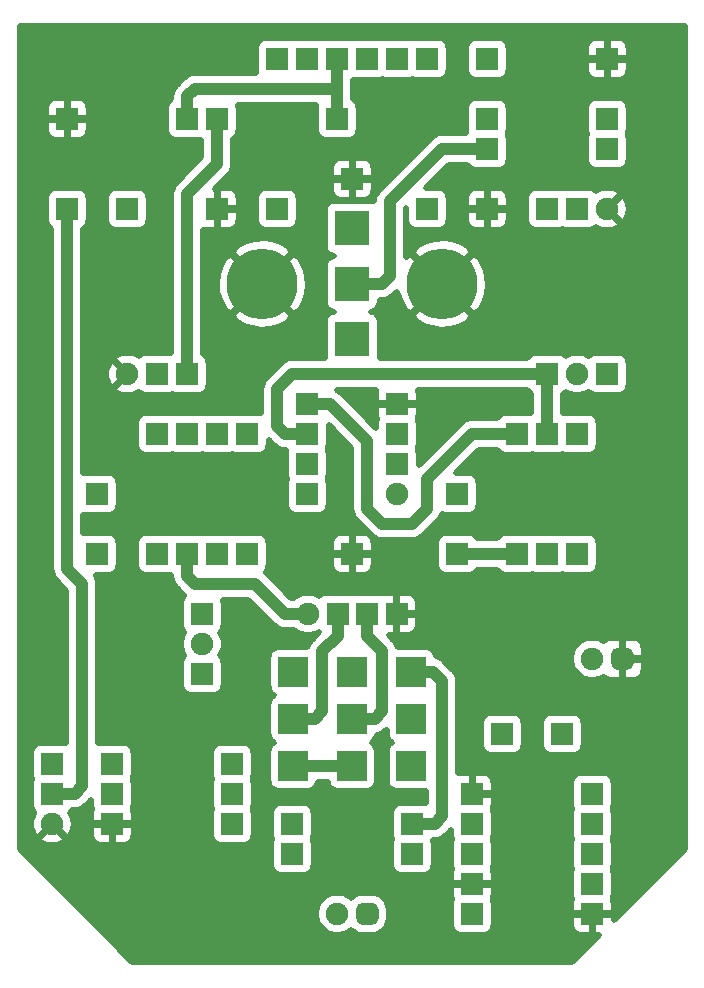
<source format=gbr>
G04 #@! TF.GenerationSoftware,KiCad,Pcbnew,5.1.6-c6e7f7d~87~ubuntu19.10.1*
G04 #@! TF.CreationDate,2022-01-09T05:59:06+06:00*
G04 #@! TF.ProjectId,__________________________r1a,4240353c-3e3b-43e5-9f41-3048385f3e33,1A*
G04 #@! TF.SameCoordinates,Original*
G04 #@! TF.FileFunction,Copper,L1,Top*
G04 #@! TF.FilePolarity,Positive*
%FSLAX46Y46*%
G04 Gerber Fmt 4.6, Leading zero omitted, Abs format (unit mm)*
G04 Created by KiCad (PCBNEW 5.1.6-c6e7f7d~87~ubuntu19.10.1) date 2022-01-09 05:59:06*
%MOMM*%
%LPD*%
G01*
G04 APERTURE LIST*
G04 #@! TA.AperFunction,ComponentPad*
%ADD10R,2.500000X2.500000*%
G04 #@! TD*
G04 #@! TA.AperFunction,ComponentPad*
%ADD11C,6.000000*%
G04 #@! TD*
G04 #@! TA.AperFunction,ComponentPad*
%ADD12R,1.900000X1.900000*%
G04 #@! TD*
G04 #@! TA.AperFunction,ComponentPad*
%ADD13C,1.900000*%
G04 #@! TD*
G04 #@! TA.AperFunction,ComponentPad*
%ADD14R,3.000000X3.000000*%
G04 #@! TD*
G04 #@! TA.AperFunction,Conductor*
%ADD15C,1.000000*%
G04 #@! TD*
G04 #@! TA.AperFunction,Conductor*
%ADD16C,0.500000*%
G04 #@! TD*
G04 APERTURE END LIST*
D10*
X110410000Y-184150000D03*
X110410000Y-188150000D03*
X110410000Y-180150000D03*
X105410000Y-184150000D03*
X105410000Y-188150000D03*
X105410000Y-180150000D03*
X100410000Y-180150000D03*
X100410000Y-184150000D03*
X100410000Y-188150000D03*
D11*
X97790000Y-147320000D03*
X113030000Y-147320000D03*
D12*
X127000000Y-133350000D03*
X116840000Y-133350000D03*
X127000000Y-154940000D03*
D13*
X124460000Y-154940000D03*
D12*
X121920000Y-154940000D03*
X125730000Y-200660000D03*
X115570000Y-200660000D03*
D13*
X101660000Y-175260000D03*
D12*
X104160000Y-175260000D03*
X106660000Y-175260000D03*
X109160000Y-175260000D03*
X92710000Y-175260000D03*
D13*
X92710000Y-177800000D03*
D12*
X92710000Y-180340000D03*
X106680000Y-128270000D03*
X99060000Y-128270000D03*
X104140000Y-128270000D03*
X101600000Y-128270000D03*
X109220000Y-128270000D03*
X111760000Y-128270000D03*
D13*
X80010000Y-193040000D03*
D12*
X80010000Y-190500000D03*
X80010000Y-187960000D03*
D13*
X86360000Y-154940000D03*
D12*
X88900000Y-154940000D03*
X91440000Y-154940000D03*
D13*
X127000000Y-140970000D03*
D12*
X124460000Y-140970000D03*
X121920000Y-140970000D03*
X105410000Y-138430000D03*
D14*
X105410000Y-152020000D03*
X105410000Y-147320000D03*
X105410000Y-142620000D03*
D12*
X119380000Y-160020000D03*
X119380000Y-170180000D03*
X85090000Y-193040000D03*
X95250000Y-193040000D03*
X115570000Y-190500000D03*
X125730000Y-190500000D03*
X125730000Y-193040000D03*
X115570000Y-193040000D03*
X124460000Y-170180000D03*
X124460000Y-160020000D03*
X121920000Y-160020000D03*
X121920000Y-170180000D03*
D13*
X125730000Y-179070000D03*
G04 #@! TA.AperFunction,ComponentPad*
G36*
G01*
X127320000Y-179450000D02*
X127320000Y-178690000D01*
G75*
G02*
X127890000Y-178120000I570000J0D01*
G01*
X128650000Y-178120000D01*
G75*
G02*
X129220000Y-178690000I0J-570000D01*
G01*
X129220000Y-179450000D01*
G75*
G02*
X128650000Y-180020000I-570000J0D01*
G01*
X127890000Y-180020000D01*
G75*
G02*
X127320000Y-179450000I0J570000D01*
G01*
G37*
G04 #@! TD.AperFunction*
X104140000Y-200660000D03*
G04 #@! TA.AperFunction,ComponentPad*
G36*
G01*
X105730000Y-201040000D02*
X105730000Y-200280000D01*
G75*
G02*
X106300000Y-199710000I570000J0D01*
G01*
X107060000Y-199710000D01*
G75*
G02*
X107630000Y-200280000I0J-570000D01*
G01*
X107630000Y-201040000D01*
G75*
G02*
X107060000Y-201610000I-570000J0D01*
G01*
X106300000Y-201610000D01*
G75*
G02*
X105730000Y-201040000I0J570000D01*
G01*
G37*
G04 #@! TD.AperFunction*
D12*
X104140000Y-133350000D03*
X93980000Y-133350000D03*
X81280000Y-133350000D03*
X91440000Y-133350000D03*
X127000000Y-128270000D03*
X116840000Y-128270000D03*
X125730000Y-195580000D03*
X115570000Y-195580000D03*
X115570000Y-198120000D03*
X125730000Y-198120000D03*
X101600000Y-165100000D03*
X101600000Y-162560000D03*
X101600000Y-160020000D03*
X101600000Y-157480000D03*
X109220000Y-157480000D03*
X109220000Y-160020000D03*
X109220000Y-162560000D03*
D13*
X109220000Y-165100000D03*
D12*
X114300000Y-170180000D03*
X114300000Y-165100000D03*
X118110000Y-185420000D03*
X123190000Y-185420000D03*
X127000000Y-135890000D03*
X116840000Y-135890000D03*
X116840000Y-140970000D03*
X111760000Y-140970000D03*
X93980000Y-140970000D03*
X99060000Y-140970000D03*
X95250000Y-190500000D03*
X85090000Y-190500000D03*
X95250000Y-187960000D03*
X85090000Y-187960000D03*
X91440000Y-160020000D03*
X91440000Y-170180000D03*
X88900000Y-160020000D03*
X88900000Y-170180000D03*
X93980000Y-160020000D03*
X93980000Y-170180000D03*
X81280000Y-140970000D03*
X86360000Y-140970000D03*
X83820000Y-170180000D03*
X83820000Y-165100000D03*
X100330000Y-195580000D03*
X110490000Y-195580000D03*
X110490000Y-193040000D03*
X100330000Y-193040000D03*
X96520000Y-170180000D03*
X96520000Y-160020000D03*
X105410000Y-170180000D03*
D15*
X110410000Y-180150000D02*
X112205000Y-180150000D01*
X112205000Y-180150000D02*
X113030000Y-180975000D01*
X113030000Y-180975000D02*
X113030000Y-192405000D01*
X112395000Y-193040000D02*
X113030000Y-192405000D01*
X110490000Y-193040000D02*
X112395000Y-193040000D01*
X91440000Y-172085000D02*
X91440000Y-170180000D01*
X92075000Y-172720000D02*
X91440000Y-172085000D01*
X97155000Y-172720000D02*
X92075000Y-172720000D01*
X99695000Y-175260000D02*
X97155000Y-172720000D01*
X101660000Y-175260000D02*
X99695000Y-175260000D01*
X105410000Y-184150000D02*
X107315000Y-184150000D01*
X107315000Y-184150000D02*
X107950000Y-183515000D01*
X107950000Y-183515000D02*
X107950000Y-178435000D01*
X106660000Y-177145000D02*
X107950000Y-178435000D01*
X106660000Y-175260000D02*
X106660000Y-177145000D01*
X100410000Y-188150000D02*
X105410000Y-188150000D01*
X102235000Y-184150000D02*
X100410000Y-184150000D01*
X102235000Y-184150000D02*
X102870000Y-183515000D01*
X102870000Y-183515000D02*
X102870000Y-178435000D01*
X104160000Y-177145000D02*
X102870000Y-178435000D01*
X104160000Y-175260000D02*
X104160000Y-177145000D01*
X115570000Y-160020000D02*
X119380000Y-160020000D01*
X111760000Y-163830000D02*
X115570000Y-160020000D01*
X111760000Y-166370000D02*
X111760000Y-163830000D01*
X110490000Y-167640000D02*
X111760000Y-166370000D01*
X107950000Y-167640000D02*
X110490000Y-167640000D01*
X106680000Y-166370000D02*
X107950000Y-167640000D01*
X106680000Y-160655000D02*
X106680000Y-166370000D01*
X103505000Y-157480000D02*
X106680000Y-160655000D01*
X101600000Y-157480000D02*
X103505000Y-157480000D01*
X99060000Y-156210000D02*
X100330000Y-154940000D01*
X99060000Y-159385000D02*
X99060000Y-156210000D01*
X99695000Y-160020000D02*
X99060000Y-159385000D01*
X100330000Y-154940000D02*
X121920000Y-154940000D01*
X101600000Y-160020000D02*
X99695000Y-160020000D01*
X121920000Y-154940000D02*
X121920000Y-160020000D01*
X114300000Y-170180000D02*
X119380000Y-170180000D01*
X80010000Y-190500000D02*
X81915000Y-190500000D01*
X81915000Y-190500000D02*
X82550000Y-189865000D01*
X82550000Y-172720000D02*
X82550000Y-189865000D01*
X81280000Y-171450000D02*
X82550000Y-172720000D01*
X81280000Y-140970000D02*
X81280000Y-171450000D01*
X92075000Y-130810000D02*
X104140000Y-130810000D01*
X91440000Y-131445000D02*
X92075000Y-130810000D01*
X91440000Y-133350000D02*
X91440000Y-131445000D01*
X104140000Y-128270000D02*
X104140000Y-130810000D01*
X104140000Y-130810000D02*
X104140000Y-133350000D01*
X93980000Y-133350000D02*
X93980000Y-137160000D01*
X93980000Y-137160000D02*
X91440000Y-139700000D01*
X91440000Y-139700000D02*
X91440000Y-154940000D01*
X108585000Y-140335000D02*
X113030000Y-135890000D01*
X108585000Y-146685000D02*
X108585000Y-140335000D01*
X107950000Y-147320000D02*
X108585000Y-146685000D01*
X113030000Y-135890000D02*
X116840000Y-135890000D01*
X105410000Y-147320000D02*
X107950000Y-147320000D01*
D16*
G36*
X133570001Y-195145075D02*
G01*
X127531562Y-201183515D01*
X127530000Y-200922500D01*
X127317500Y-200710000D01*
X125780000Y-200710000D01*
X125780000Y-202247500D01*
X125992500Y-202460000D01*
X126253515Y-202461562D01*
X124025077Y-204690000D01*
X86794924Y-204690000D01*
X82587640Y-200482716D01*
X102340000Y-200482716D01*
X102340000Y-200837284D01*
X102409173Y-201185041D01*
X102544861Y-201512620D01*
X102741849Y-201807433D01*
X102992567Y-202058151D01*
X103287380Y-202255139D01*
X103614959Y-202390827D01*
X103962716Y-202460000D01*
X104317284Y-202460000D01*
X104665041Y-202390827D01*
X104992620Y-202255139D01*
X105287433Y-202058151D01*
X105296068Y-202049516D01*
X105508806Y-202224106D01*
X105755016Y-202355708D01*
X106022170Y-202436748D01*
X106300000Y-202464112D01*
X107060000Y-202464112D01*
X107337830Y-202436748D01*
X107604984Y-202355708D01*
X107851194Y-202224106D01*
X108066999Y-202046999D01*
X108244106Y-201831194D01*
X108375708Y-201584984D01*
X108456748Y-201317830D01*
X108484112Y-201040000D01*
X108484112Y-200280000D01*
X108456748Y-200002170D01*
X108375708Y-199735016D01*
X108244106Y-199488806D01*
X108066999Y-199273001D01*
X107851194Y-199095894D01*
X107802750Y-199070000D01*
X113765887Y-199070000D01*
X113782299Y-199236629D01*
X113828823Y-199390002D01*
X113782300Y-199543371D01*
X113765888Y-199710000D01*
X113765888Y-201610000D01*
X113782300Y-201776629D01*
X113830903Y-201936855D01*
X113909832Y-202084519D01*
X114016052Y-202213948D01*
X114145481Y-202320168D01*
X114293145Y-202399097D01*
X114453371Y-202447700D01*
X114620000Y-202464112D01*
X116520000Y-202464112D01*
X116686629Y-202447700D01*
X116846855Y-202399097D01*
X116994519Y-202320168D01*
X117123948Y-202213948D01*
X117230168Y-202084519D01*
X117309097Y-201936855D01*
X117357700Y-201776629D01*
X117374112Y-201610000D01*
X123925887Y-201610000D01*
X123942299Y-201776629D01*
X123990902Y-201936855D01*
X124069831Y-202084520D01*
X124176051Y-202213949D01*
X124305480Y-202320169D01*
X124453145Y-202399098D01*
X124613371Y-202447701D01*
X124780000Y-202464113D01*
X125467500Y-202460000D01*
X125680000Y-202247500D01*
X125680000Y-200710000D01*
X124142500Y-200710000D01*
X123930000Y-200922500D01*
X123925887Y-201610000D01*
X117374112Y-201610000D01*
X117374112Y-199710000D01*
X123925887Y-199710000D01*
X123930000Y-200397500D01*
X124142500Y-200610000D01*
X125680000Y-200610000D01*
X125680000Y-200590000D01*
X125780000Y-200590000D01*
X125780000Y-200610000D01*
X127317500Y-200610000D01*
X127530000Y-200397500D01*
X127534113Y-199710000D01*
X127517701Y-199543371D01*
X127471177Y-199389998D01*
X127517700Y-199236629D01*
X127534112Y-199070000D01*
X127534112Y-197170000D01*
X127517700Y-197003371D01*
X127471176Y-196850000D01*
X127517700Y-196696629D01*
X127534112Y-196530000D01*
X127534112Y-194630000D01*
X127517700Y-194463371D01*
X127471176Y-194310000D01*
X127517700Y-194156629D01*
X127534112Y-193990000D01*
X127534112Y-192090000D01*
X127517700Y-191923371D01*
X127471176Y-191770000D01*
X127517700Y-191616629D01*
X127534112Y-191450000D01*
X127534112Y-189550000D01*
X127517700Y-189383371D01*
X127469097Y-189223145D01*
X127390168Y-189075481D01*
X127283948Y-188946052D01*
X127154519Y-188839832D01*
X127006855Y-188760903D01*
X126846629Y-188712300D01*
X126680000Y-188695888D01*
X124780000Y-188695888D01*
X124613371Y-188712300D01*
X124453145Y-188760903D01*
X124305481Y-188839832D01*
X124176052Y-188946052D01*
X124069832Y-189075481D01*
X123990903Y-189223145D01*
X123942300Y-189383371D01*
X123925888Y-189550000D01*
X123925888Y-191450000D01*
X123942300Y-191616629D01*
X123988824Y-191770000D01*
X123942300Y-191923371D01*
X123925888Y-192090000D01*
X123925888Y-193990000D01*
X123942300Y-194156629D01*
X123988824Y-194310000D01*
X123942300Y-194463371D01*
X123925888Y-194630000D01*
X123925888Y-196530000D01*
X123942300Y-196696629D01*
X123988824Y-196850000D01*
X123942300Y-197003371D01*
X123925888Y-197170000D01*
X123925888Y-199070000D01*
X123942300Y-199236629D01*
X123988823Y-199389998D01*
X123942299Y-199543371D01*
X123925887Y-199710000D01*
X117374112Y-199710000D01*
X117357700Y-199543371D01*
X117311177Y-199390002D01*
X117357701Y-199236629D01*
X117374113Y-199070000D01*
X117370000Y-198382500D01*
X117157500Y-198170000D01*
X115620000Y-198170000D01*
X115620000Y-198190000D01*
X115520000Y-198190000D01*
X115520000Y-198170000D01*
X113982500Y-198170000D01*
X113770000Y-198382500D01*
X113765887Y-199070000D01*
X107802750Y-199070000D01*
X107604984Y-198964292D01*
X107337830Y-198883252D01*
X107060000Y-198855888D01*
X106300000Y-198855888D01*
X106022170Y-198883252D01*
X105755016Y-198964292D01*
X105508806Y-199095894D01*
X105296068Y-199270484D01*
X105287433Y-199261849D01*
X104992620Y-199064861D01*
X104665041Y-198929173D01*
X104317284Y-198860000D01*
X103962716Y-198860000D01*
X103614959Y-198929173D01*
X103287380Y-199064861D01*
X102992567Y-199261849D01*
X102741849Y-199512567D01*
X102544861Y-199807380D01*
X102409173Y-200134959D01*
X102340000Y-200482716D01*
X82587640Y-200482716D01*
X77250000Y-195145077D01*
X77250000Y-194203492D01*
X78917219Y-194203492D01*
X78987724Y-194532107D01*
X79298463Y-194702873D01*
X79636545Y-194809735D01*
X79988979Y-194848587D01*
X80342221Y-194817936D01*
X80682695Y-194718961D01*
X80997318Y-194555463D01*
X81032276Y-194532107D01*
X81102781Y-194203492D01*
X80010000Y-193110711D01*
X78917219Y-194203492D01*
X77250000Y-194203492D01*
X77250000Y-193018979D01*
X78201413Y-193018979D01*
X78232064Y-193372221D01*
X78331039Y-193712695D01*
X78494537Y-194027318D01*
X78517893Y-194062276D01*
X78846508Y-194132781D01*
X79939289Y-193040000D01*
X79925147Y-193025858D01*
X79995858Y-192955147D01*
X80010000Y-192969289D01*
X80024142Y-192955147D01*
X80094853Y-193025858D01*
X80080711Y-193040000D01*
X81173492Y-194132781D01*
X81502107Y-194062276D01*
X81541826Y-193990000D01*
X83285887Y-193990000D01*
X83302299Y-194156629D01*
X83350902Y-194316855D01*
X83429831Y-194464520D01*
X83536051Y-194593949D01*
X83665480Y-194700169D01*
X83813145Y-194779098D01*
X83973371Y-194827701D01*
X84140000Y-194844113D01*
X84827500Y-194840000D01*
X85040000Y-194627500D01*
X85040000Y-193090000D01*
X85140000Y-193090000D01*
X85140000Y-194627500D01*
X85352500Y-194840000D01*
X86040000Y-194844113D01*
X86206629Y-194827701D01*
X86366855Y-194779098D01*
X86514520Y-194700169D01*
X86643949Y-194593949D01*
X86750169Y-194464520D01*
X86829098Y-194316855D01*
X86877701Y-194156629D01*
X86894113Y-193990000D01*
X86890000Y-193302500D01*
X86677500Y-193090000D01*
X85140000Y-193090000D01*
X85040000Y-193090000D01*
X83502500Y-193090000D01*
X83290000Y-193302500D01*
X83285887Y-193990000D01*
X81541826Y-193990000D01*
X81672873Y-193751537D01*
X81779735Y-193413455D01*
X81818587Y-193061021D01*
X81787936Y-192707779D01*
X81688961Y-192367305D01*
X81537430Y-192075711D01*
X81563948Y-192053948D01*
X81670168Y-191924519D01*
X81710000Y-191850000D01*
X81848681Y-191850000D01*
X81915000Y-191856532D01*
X81981319Y-191850000D01*
X81981321Y-191850000D01*
X82179646Y-191830467D01*
X82434122Y-191753272D01*
X82668649Y-191627915D01*
X82874213Y-191459213D01*
X82916492Y-191407696D01*
X83285888Y-191038299D01*
X83285888Y-191450000D01*
X83302300Y-191616629D01*
X83348823Y-191769998D01*
X83302299Y-191923371D01*
X83285887Y-192090000D01*
X83290000Y-192777500D01*
X83502500Y-192990000D01*
X85040000Y-192990000D01*
X85040000Y-192970000D01*
X85140000Y-192970000D01*
X85140000Y-192990000D01*
X86677500Y-192990000D01*
X86890000Y-192777500D01*
X86894113Y-192090000D01*
X86877701Y-191923371D01*
X86831177Y-191769998D01*
X86877700Y-191616629D01*
X86894112Y-191450000D01*
X86894112Y-189550000D01*
X86877700Y-189383371D01*
X86831176Y-189230000D01*
X86877700Y-189076629D01*
X86894112Y-188910000D01*
X86894112Y-187010000D01*
X93445888Y-187010000D01*
X93445888Y-188910000D01*
X93462300Y-189076629D01*
X93508824Y-189230000D01*
X93462300Y-189383371D01*
X93445888Y-189550000D01*
X93445888Y-191450000D01*
X93462300Y-191616629D01*
X93508824Y-191770000D01*
X93462300Y-191923371D01*
X93445888Y-192090000D01*
X93445888Y-193990000D01*
X93462300Y-194156629D01*
X93510903Y-194316855D01*
X93589832Y-194464519D01*
X93696052Y-194593948D01*
X93825481Y-194700168D01*
X93973145Y-194779097D01*
X94133371Y-194827700D01*
X94300000Y-194844112D01*
X96200000Y-194844112D01*
X96366629Y-194827700D01*
X96526855Y-194779097D01*
X96674519Y-194700168D01*
X96803948Y-194593948D01*
X96910168Y-194464519D01*
X96989097Y-194316855D01*
X97037700Y-194156629D01*
X97054112Y-193990000D01*
X97054112Y-192090000D01*
X98525888Y-192090000D01*
X98525888Y-193990000D01*
X98542300Y-194156629D01*
X98588824Y-194310000D01*
X98542300Y-194463371D01*
X98525888Y-194630000D01*
X98525888Y-196530000D01*
X98542300Y-196696629D01*
X98590903Y-196856855D01*
X98669832Y-197004519D01*
X98776052Y-197133948D01*
X98905481Y-197240168D01*
X99053145Y-197319097D01*
X99213371Y-197367700D01*
X99380000Y-197384112D01*
X101280000Y-197384112D01*
X101446629Y-197367700D01*
X101606855Y-197319097D01*
X101754519Y-197240168D01*
X101883948Y-197133948D01*
X101990168Y-197004519D01*
X102069097Y-196856855D01*
X102117700Y-196696629D01*
X102134112Y-196530000D01*
X102134112Y-194630000D01*
X102117700Y-194463371D01*
X102071176Y-194310000D01*
X102117700Y-194156629D01*
X102134112Y-193990000D01*
X102134112Y-192090000D01*
X102117700Y-191923371D01*
X102069097Y-191763145D01*
X101990168Y-191615481D01*
X101883948Y-191486052D01*
X101754519Y-191379832D01*
X101606855Y-191300903D01*
X101446629Y-191252300D01*
X101280000Y-191235888D01*
X99380000Y-191235888D01*
X99213371Y-191252300D01*
X99053145Y-191300903D01*
X98905481Y-191379832D01*
X98776052Y-191486052D01*
X98669832Y-191615481D01*
X98590903Y-191763145D01*
X98542300Y-191923371D01*
X98525888Y-192090000D01*
X97054112Y-192090000D01*
X97037700Y-191923371D01*
X96991176Y-191770000D01*
X97037700Y-191616629D01*
X97054112Y-191450000D01*
X97054112Y-189550000D01*
X97037700Y-189383371D01*
X96991176Y-189230000D01*
X97037700Y-189076629D01*
X97054112Y-188910000D01*
X97054112Y-187010000D01*
X97037700Y-186843371D01*
X96989097Y-186683145D01*
X96910168Y-186535481D01*
X96803948Y-186406052D01*
X96674519Y-186299832D01*
X96526855Y-186220903D01*
X96366629Y-186172300D01*
X96200000Y-186155888D01*
X94300000Y-186155888D01*
X94133371Y-186172300D01*
X93973145Y-186220903D01*
X93825481Y-186299832D01*
X93696052Y-186406052D01*
X93589832Y-186535481D01*
X93510903Y-186683145D01*
X93462300Y-186843371D01*
X93445888Y-187010000D01*
X86894112Y-187010000D01*
X86877700Y-186843371D01*
X86829097Y-186683145D01*
X86750168Y-186535481D01*
X86643948Y-186406052D01*
X86514519Y-186299832D01*
X86366855Y-186220903D01*
X86206629Y-186172300D01*
X86040000Y-186155888D01*
X84140000Y-186155888D01*
X83973371Y-186172300D01*
X83900000Y-186194556D01*
X83900000Y-172786310D01*
X83906531Y-172719999D01*
X83900000Y-172653688D01*
X83900000Y-172653679D01*
X83880467Y-172455354D01*
X83803272Y-172200878D01*
X83687409Y-171984113D01*
X83687409Y-171984112D01*
X84770000Y-171984112D01*
X84936629Y-171967700D01*
X85096855Y-171919097D01*
X85244519Y-171840168D01*
X85373948Y-171733948D01*
X85480168Y-171604519D01*
X85559097Y-171456855D01*
X85607700Y-171296629D01*
X85624112Y-171130000D01*
X85624112Y-169230000D01*
X87095888Y-169230000D01*
X87095888Y-171130000D01*
X87112300Y-171296629D01*
X87160903Y-171456855D01*
X87239832Y-171604519D01*
X87346052Y-171733948D01*
X87475481Y-171840168D01*
X87623145Y-171919097D01*
X87783371Y-171967700D01*
X87950000Y-171984112D01*
X89850000Y-171984112D01*
X90016629Y-171967700D01*
X90090000Y-171945444D01*
X90090000Y-172018680D01*
X90083468Y-172085000D01*
X90090000Y-172151319D01*
X90090000Y-172151320D01*
X90109533Y-172349645D01*
X90186728Y-172604121D01*
X90186729Y-172604122D01*
X90312085Y-172838649D01*
X90438510Y-172992698D01*
X90438513Y-172992701D01*
X90480787Y-173044212D01*
X90532300Y-173086488D01*
X91073505Y-173627692D01*
X91115787Y-173679213D01*
X91153009Y-173709760D01*
X91049832Y-173835481D01*
X90970903Y-173983145D01*
X90922300Y-174143371D01*
X90905888Y-174310000D01*
X90905888Y-176210000D01*
X90922300Y-176376629D01*
X90970903Y-176536855D01*
X91049832Y-176684519D01*
X91156052Y-176813948D01*
X91187030Y-176839371D01*
X91114861Y-176947380D01*
X90979173Y-177274959D01*
X90910000Y-177622716D01*
X90910000Y-177977284D01*
X90979173Y-178325041D01*
X91114861Y-178652620D01*
X91187030Y-178760629D01*
X91156052Y-178786052D01*
X91049832Y-178915481D01*
X90970903Y-179063145D01*
X90922300Y-179223371D01*
X90905888Y-179390000D01*
X90905888Y-181290000D01*
X90922300Y-181456629D01*
X90970903Y-181616855D01*
X91049832Y-181764519D01*
X91156052Y-181893948D01*
X91285481Y-182000168D01*
X91433145Y-182079097D01*
X91593371Y-182127700D01*
X91760000Y-182144112D01*
X93660000Y-182144112D01*
X93826629Y-182127700D01*
X93986855Y-182079097D01*
X94134519Y-182000168D01*
X94263948Y-181893948D01*
X94370168Y-181764519D01*
X94449097Y-181616855D01*
X94497700Y-181456629D01*
X94514112Y-181290000D01*
X94514112Y-179390000D01*
X94497700Y-179223371D01*
X94449097Y-179063145D01*
X94370168Y-178915481D01*
X94263948Y-178786052D01*
X94232970Y-178760629D01*
X94305139Y-178652620D01*
X94440827Y-178325041D01*
X94510000Y-177977284D01*
X94510000Y-177622716D01*
X94440827Y-177274959D01*
X94305139Y-176947380D01*
X94232970Y-176839371D01*
X94263948Y-176813948D01*
X94370168Y-176684519D01*
X94449097Y-176536855D01*
X94497700Y-176376629D01*
X94514112Y-176210000D01*
X94514112Y-174310000D01*
X94497700Y-174143371D01*
X94475444Y-174070000D01*
X96595812Y-174070000D01*
X98693509Y-176167697D01*
X98735787Y-176219213D01*
X98941351Y-176387915D01*
X99175878Y-176513272D01*
X99430354Y-176590467D01*
X99628679Y-176610000D01*
X99628688Y-176610000D01*
X99694999Y-176616531D01*
X99761310Y-176610000D01*
X100464416Y-176610000D01*
X100512567Y-176658151D01*
X100807380Y-176855139D01*
X101134959Y-176990827D01*
X101482716Y-177060000D01*
X101837284Y-177060000D01*
X102185041Y-176990827D01*
X102512620Y-176855139D01*
X102594795Y-176800231D01*
X102595149Y-176800663D01*
X101962299Y-177433513D01*
X101910788Y-177475787D01*
X101868514Y-177527298D01*
X101868510Y-177527302D01*
X101742085Y-177681351D01*
X101616729Y-177915878D01*
X101577291Y-178045888D01*
X99160000Y-178045888D01*
X98993371Y-178062300D01*
X98833145Y-178110903D01*
X98685481Y-178189832D01*
X98556052Y-178296052D01*
X98449832Y-178425481D01*
X98370903Y-178573145D01*
X98322300Y-178733371D01*
X98305888Y-178900000D01*
X98305888Y-181400000D01*
X98322300Y-181566629D01*
X98370903Y-181726855D01*
X98449832Y-181874519D01*
X98556052Y-182003948D01*
X98685481Y-182110168D01*
X98760001Y-182150000D01*
X98685481Y-182189832D01*
X98556052Y-182296052D01*
X98449832Y-182425481D01*
X98370903Y-182573145D01*
X98322300Y-182733371D01*
X98305888Y-182900000D01*
X98305888Y-185400000D01*
X98322300Y-185566629D01*
X98370903Y-185726855D01*
X98449832Y-185874519D01*
X98556052Y-186003948D01*
X98685481Y-186110168D01*
X98760001Y-186150000D01*
X98685481Y-186189832D01*
X98556052Y-186296052D01*
X98449832Y-186425481D01*
X98370903Y-186573145D01*
X98322300Y-186733371D01*
X98305888Y-186900000D01*
X98305888Y-189400000D01*
X98322300Y-189566629D01*
X98370903Y-189726855D01*
X98449832Y-189874519D01*
X98556052Y-190003948D01*
X98685481Y-190110168D01*
X98833145Y-190189097D01*
X98993371Y-190237700D01*
X99160000Y-190254112D01*
X101660000Y-190254112D01*
X101826629Y-190237700D01*
X101986855Y-190189097D01*
X102134519Y-190110168D01*
X102263948Y-190003948D01*
X102370168Y-189874519D01*
X102449097Y-189726855D01*
X102497700Y-189566629D01*
X102504263Y-189500000D01*
X103315737Y-189500000D01*
X103322300Y-189566629D01*
X103370903Y-189726855D01*
X103449832Y-189874519D01*
X103556052Y-190003948D01*
X103685481Y-190110168D01*
X103833145Y-190189097D01*
X103993371Y-190237700D01*
X104160000Y-190254112D01*
X106660000Y-190254112D01*
X106826629Y-190237700D01*
X106986855Y-190189097D01*
X107134519Y-190110168D01*
X107263948Y-190003948D01*
X107370168Y-189874519D01*
X107449097Y-189726855D01*
X107497700Y-189566629D01*
X107514112Y-189400000D01*
X107514112Y-186900000D01*
X107497700Y-186733371D01*
X107449097Y-186573145D01*
X107370168Y-186425481D01*
X107263948Y-186296052D01*
X107134519Y-186189832D01*
X107059999Y-186150000D01*
X107134519Y-186110168D01*
X107263948Y-186003948D01*
X107370168Y-185874519D01*
X107449097Y-185726855D01*
X107497700Y-185566629D01*
X107505467Y-185487773D01*
X107579646Y-185480467D01*
X107834122Y-185403272D01*
X108068649Y-185277915D01*
X108274213Y-185109213D01*
X108307266Y-185068938D01*
X108305887Y-185400000D01*
X108322299Y-185566629D01*
X108370902Y-185726855D01*
X108449831Y-185874520D01*
X108556051Y-186003949D01*
X108685480Y-186110169D01*
X108759999Y-186150001D01*
X108685481Y-186189832D01*
X108556052Y-186296052D01*
X108449832Y-186425481D01*
X108370903Y-186573145D01*
X108322300Y-186733371D01*
X108305888Y-186900000D01*
X108305888Y-189400000D01*
X108322300Y-189566629D01*
X108370903Y-189726855D01*
X108449832Y-189874519D01*
X108556052Y-190003948D01*
X108685481Y-190110168D01*
X108833145Y-190189097D01*
X108993371Y-190237700D01*
X109160000Y-190254112D01*
X111660000Y-190254112D01*
X111680001Y-190252142D01*
X111680001Y-191274557D01*
X111606629Y-191252300D01*
X111440000Y-191235888D01*
X109540000Y-191235888D01*
X109373371Y-191252300D01*
X109213145Y-191300903D01*
X109065481Y-191379832D01*
X108936052Y-191486052D01*
X108829832Y-191615481D01*
X108750903Y-191763145D01*
X108702300Y-191923371D01*
X108685888Y-192090000D01*
X108685888Y-193990000D01*
X108702300Y-194156629D01*
X108748824Y-194310000D01*
X108702300Y-194463371D01*
X108685888Y-194630000D01*
X108685888Y-196530000D01*
X108702300Y-196696629D01*
X108750903Y-196856855D01*
X108829832Y-197004519D01*
X108936052Y-197133948D01*
X109065481Y-197240168D01*
X109213145Y-197319097D01*
X109373371Y-197367700D01*
X109540000Y-197384112D01*
X111440000Y-197384112D01*
X111606629Y-197367700D01*
X111766855Y-197319097D01*
X111914519Y-197240168D01*
X112043948Y-197133948D01*
X112150168Y-197004519D01*
X112229097Y-196856855D01*
X112277700Y-196696629D01*
X112294112Y-196530000D01*
X112294112Y-194630000D01*
X112277700Y-194463371D01*
X112255444Y-194390000D01*
X112328681Y-194390000D01*
X112395000Y-194396532D01*
X112461319Y-194390000D01*
X112461321Y-194390000D01*
X112659646Y-194370467D01*
X112914122Y-194293272D01*
X113148649Y-194167915D01*
X113354213Y-193999213D01*
X113396492Y-193947696D01*
X113765888Y-193578299D01*
X113765888Y-193990000D01*
X113782300Y-194156629D01*
X113828824Y-194310000D01*
X113782300Y-194463371D01*
X113765888Y-194630000D01*
X113765888Y-196530000D01*
X113782300Y-196696629D01*
X113828823Y-196849998D01*
X113782299Y-197003371D01*
X113765887Y-197170000D01*
X113770000Y-197857500D01*
X113982500Y-198070000D01*
X115520000Y-198070000D01*
X115520000Y-198050000D01*
X115620000Y-198050000D01*
X115620000Y-198070000D01*
X117157500Y-198070000D01*
X117370000Y-197857500D01*
X117374113Y-197170000D01*
X117357701Y-197003371D01*
X117311177Y-196849998D01*
X117357700Y-196696629D01*
X117374112Y-196530000D01*
X117374112Y-194630000D01*
X117357700Y-194463371D01*
X117311176Y-194310000D01*
X117357700Y-194156629D01*
X117374112Y-193990000D01*
X117374112Y-192090000D01*
X117357700Y-191923371D01*
X117311177Y-191770002D01*
X117357701Y-191616629D01*
X117374113Y-191450000D01*
X117370000Y-190762500D01*
X117157500Y-190550000D01*
X115620000Y-190550000D01*
X115620000Y-190570000D01*
X115520000Y-190570000D01*
X115520000Y-190550000D01*
X115500000Y-190550000D01*
X115500000Y-190450000D01*
X115520000Y-190450000D01*
X115520000Y-188912500D01*
X115620000Y-188912500D01*
X115620000Y-190450000D01*
X117157500Y-190450000D01*
X117370000Y-190237500D01*
X117374113Y-189550000D01*
X117357701Y-189383371D01*
X117309098Y-189223145D01*
X117230169Y-189075480D01*
X117123949Y-188946051D01*
X116994520Y-188839831D01*
X116846855Y-188760902D01*
X116686629Y-188712299D01*
X116520000Y-188695887D01*
X115832500Y-188700000D01*
X115620000Y-188912500D01*
X115520000Y-188912500D01*
X115307500Y-188700000D01*
X114620000Y-188695887D01*
X114453371Y-188712299D01*
X114380000Y-188734555D01*
X114380000Y-184470000D01*
X116305888Y-184470000D01*
X116305888Y-186370000D01*
X116322300Y-186536629D01*
X116370903Y-186696855D01*
X116449832Y-186844519D01*
X116556052Y-186973948D01*
X116685481Y-187080168D01*
X116833145Y-187159097D01*
X116993371Y-187207700D01*
X117160000Y-187224112D01*
X119060000Y-187224112D01*
X119226629Y-187207700D01*
X119386855Y-187159097D01*
X119534519Y-187080168D01*
X119663948Y-186973948D01*
X119770168Y-186844519D01*
X119849097Y-186696855D01*
X119897700Y-186536629D01*
X119914112Y-186370000D01*
X119914112Y-184470000D01*
X121385888Y-184470000D01*
X121385888Y-186370000D01*
X121402300Y-186536629D01*
X121450903Y-186696855D01*
X121529832Y-186844519D01*
X121636052Y-186973948D01*
X121765481Y-187080168D01*
X121913145Y-187159097D01*
X122073371Y-187207700D01*
X122240000Y-187224112D01*
X124140000Y-187224112D01*
X124306629Y-187207700D01*
X124466855Y-187159097D01*
X124614519Y-187080168D01*
X124743948Y-186973948D01*
X124850168Y-186844519D01*
X124929097Y-186696855D01*
X124977700Y-186536629D01*
X124994112Y-186370000D01*
X124994112Y-184470000D01*
X124977700Y-184303371D01*
X124929097Y-184143145D01*
X124850168Y-183995481D01*
X124743948Y-183866052D01*
X124614519Y-183759832D01*
X124466855Y-183680903D01*
X124306629Y-183632300D01*
X124140000Y-183615888D01*
X122240000Y-183615888D01*
X122073371Y-183632300D01*
X121913145Y-183680903D01*
X121765481Y-183759832D01*
X121636052Y-183866052D01*
X121529832Y-183995481D01*
X121450903Y-184143145D01*
X121402300Y-184303371D01*
X121385888Y-184470000D01*
X119914112Y-184470000D01*
X119897700Y-184303371D01*
X119849097Y-184143145D01*
X119770168Y-183995481D01*
X119663948Y-183866052D01*
X119534519Y-183759832D01*
X119386855Y-183680903D01*
X119226629Y-183632300D01*
X119060000Y-183615888D01*
X117160000Y-183615888D01*
X116993371Y-183632300D01*
X116833145Y-183680903D01*
X116685481Y-183759832D01*
X116556052Y-183866052D01*
X116449832Y-183995481D01*
X116370903Y-184143145D01*
X116322300Y-184303371D01*
X116305888Y-184470000D01*
X114380000Y-184470000D01*
X114380000Y-181041310D01*
X114386531Y-180974999D01*
X114380000Y-180908688D01*
X114380000Y-180908679D01*
X114360467Y-180710354D01*
X114283272Y-180455878D01*
X114157916Y-180221352D01*
X114157915Y-180221350D01*
X114031490Y-180067302D01*
X114031487Y-180067299D01*
X113989212Y-180015787D01*
X113937701Y-179973513D01*
X113206491Y-179242303D01*
X113164213Y-179190787D01*
X112958649Y-179022085D01*
X112724122Y-178896728D01*
X112710897Y-178892716D01*
X123930000Y-178892716D01*
X123930000Y-179247284D01*
X123999173Y-179595041D01*
X124134861Y-179922620D01*
X124331849Y-180217433D01*
X124582567Y-180468151D01*
X124877380Y-180665139D01*
X125204959Y-180800827D01*
X125552716Y-180870000D01*
X125907284Y-180870000D01*
X126255041Y-180800827D01*
X126582620Y-180665139D01*
X126690628Y-180592971D01*
X126716051Y-180623949D01*
X126845480Y-180730169D01*
X126993145Y-180809098D01*
X127153371Y-180857701D01*
X127320000Y-180874113D01*
X128007500Y-180870000D01*
X128220000Y-180657500D01*
X128220000Y-179120000D01*
X128320000Y-179120000D01*
X128320000Y-180657500D01*
X128532500Y-180870000D01*
X129220000Y-180874113D01*
X129386629Y-180857701D01*
X129546855Y-180809098D01*
X129694520Y-180730169D01*
X129823949Y-180623949D01*
X129930169Y-180494520D01*
X130009098Y-180346855D01*
X130057701Y-180186629D01*
X130074113Y-180020000D01*
X130070000Y-179332500D01*
X129857500Y-179120000D01*
X128320000Y-179120000D01*
X128220000Y-179120000D01*
X128200000Y-179120000D01*
X128200000Y-179020000D01*
X128220000Y-179020000D01*
X128220000Y-177482500D01*
X128320000Y-177482500D01*
X128320000Y-179020000D01*
X129857500Y-179020000D01*
X130070000Y-178807500D01*
X130074113Y-178120000D01*
X130057701Y-177953371D01*
X130009098Y-177793145D01*
X129930169Y-177645480D01*
X129823949Y-177516051D01*
X129694520Y-177409831D01*
X129546855Y-177330902D01*
X129386629Y-177282299D01*
X129220000Y-177265887D01*
X128532500Y-177270000D01*
X128320000Y-177482500D01*
X128220000Y-177482500D01*
X128007500Y-177270000D01*
X127320000Y-177265887D01*
X127153371Y-177282299D01*
X126993145Y-177330902D01*
X126845480Y-177409831D01*
X126716051Y-177516051D01*
X126690628Y-177547029D01*
X126582620Y-177474861D01*
X126255041Y-177339173D01*
X125907284Y-177270000D01*
X125552716Y-177270000D01*
X125204959Y-177339173D01*
X124877380Y-177474861D01*
X124582567Y-177671849D01*
X124331849Y-177922567D01*
X124134861Y-178217380D01*
X123999173Y-178544959D01*
X123930000Y-178892716D01*
X112710897Y-178892716D01*
X112507312Y-178830959D01*
X112497700Y-178733371D01*
X112449097Y-178573145D01*
X112370168Y-178425481D01*
X112263948Y-178296052D01*
X112134519Y-178189832D01*
X111986855Y-178110903D01*
X111826629Y-178062300D01*
X111660000Y-178045888D01*
X109242710Y-178045888D01*
X109203272Y-177915878D01*
X109077915Y-177681351D01*
X108909213Y-177475787D01*
X108857697Y-177433509D01*
X108486646Y-177062458D01*
X108897500Y-177060000D01*
X109110000Y-176847500D01*
X109110000Y-175310000D01*
X109210000Y-175310000D01*
X109210000Y-176847500D01*
X109422500Y-177060000D01*
X110110000Y-177064113D01*
X110276629Y-177047701D01*
X110436855Y-176999098D01*
X110584520Y-176920169D01*
X110713949Y-176813949D01*
X110820169Y-176684520D01*
X110899098Y-176536855D01*
X110947701Y-176376629D01*
X110964113Y-176210000D01*
X110960000Y-175522500D01*
X110747500Y-175310000D01*
X109210000Y-175310000D01*
X109110000Y-175310000D01*
X109090000Y-175310000D01*
X109090000Y-175210000D01*
X109110000Y-175210000D01*
X109110000Y-173672500D01*
X109210000Y-173672500D01*
X109210000Y-175210000D01*
X110747500Y-175210000D01*
X110960000Y-174997500D01*
X110964113Y-174310000D01*
X110947701Y-174143371D01*
X110899098Y-173983145D01*
X110820169Y-173835480D01*
X110713949Y-173706051D01*
X110584520Y-173599831D01*
X110436855Y-173520902D01*
X110276629Y-173472299D01*
X110110000Y-173455887D01*
X109422500Y-173460000D01*
X109210000Y-173672500D01*
X109110000Y-173672500D01*
X108897500Y-173460000D01*
X108210000Y-173455887D01*
X108043371Y-173472299D01*
X107909998Y-173512756D01*
X107776629Y-173472300D01*
X107610000Y-173455888D01*
X105710000Y-173455888D01*
X105543371Y-173472300D01*
X105410000Y-173512757D01*
X105276629Y-173472300D01*
X105110000Y-173455888D01*
X103210000Y-173455888D01*
X103043371Y-173472300D01*
X102883145Y-173520903D01*
X102735481Y-173599832D01*
X102606052Y-173706052D01*
X102594795Y-173719769D01*
X102512620Y-173664861D01*
X102185041Y-173529173D01*
X101837284Y-173460000D01*
X101482716Y-173460000D01*
X101134959Y-173529173D01*
X100807380Y-173664861D01*
X100512567Y-173861849D01*
X100464416Y-173910000D01*
X100254188Y-173910000D01*
X98156489Y-171812301D01*
X98114213Y-171760787D01*
X98076991Y-171730240D01*
X98180168Y-171604519D01*
X98259097Y-171456855D01*
X98307700Y-171296629D01*
X98324112Y-171130000D01*
X103605887Y-171130000D01*
X103622299Y-171296629D01*
X103670902Y-171456855D01*
X103749831Y-171604520D01*
X103856051Y-171733949D01*
X103985480Y-171840169D01*
X104133145Y-171919098D01*
X104293371Y-171967701D01*
X104460000Y-171984113D01*
X105147500Y-171980000D01*
X105360000Y-171767500D01*
X105360000Y-170230000D01*
X105460000Y-170230000D01*
X105460000Y-171767500D01*
X105672500Y-171980000D01*
X106360000Y-171984113D01*
X106526629Y-171967701D01*
X106686855Y-171919098D01*
X106834520Y-171840169D01*
X106963949Y-171733949D01*
X107070169Y-171604520D01*
X107149098Y-171456855D01*
X107197701Y-171296629D01*
X107214113Y-171130000D01*
X107210000Y-170442500D01*
X106997500Y-170230000D01*
X105460000Y-170230000D01*
X105360000Y-170230000D01*
X103822500Y-170230000D01*
X103610000Y-170442500D01*
X103605887Y-171130000D01*
X98324112Y-171130000D01*
X98324112Y-169230000D01*
X103605887Y-169230000D01*
X103610000Y-169917500D01*
X103822500Y-170130000D01*
X105360000Y-170130000D01*
X105360000Y-168592500D01*
X105460000Y-168592500D01*
X105460000Y-170130000D01*
X106997500Y-170130000D01*
X107210000Y-169917500D01*
X107214113Y-169230000D01*
X112495888Y-169230000D01*
X112495888Y-171130000D01*
X112512300Y-171296629D01*
X112560903Y-171456855D01*
X112639832Y-171604519D01*
X112746052Y-171733948D01*
X112875481Y-171840168D01*
X113023145Y-171919097D01*
X113183371Y-171967700D01*
X113350000Y-171984112D01*
X115250000Y-171984112D01*
X115416629Y-171967700D01*
X115576855Y-171919097D01*
X115724519Y-171840168D01*
X115853948Y-171733948D01*
X115960168Y-171604519D01*
X116000000Y-171530000D01*
X117680000Y-171530000D01*
X117719832Y-171604519D01*
X117826052Y-171733948D01*
X117955481Y-171840168D01*
X118103145Y-171919097D01*
X118263371Y-171967700D01*
X118430000Y-171984112D01*
X120330000Y-171984112D01*
X120496629Y-171967700D01*
X120650000Y-171921176D01*
X120803371Y-171967700D01*
X120970000Y-171984112D01*
X122870000Y-171984112D01*
X123036629Y-171967700D01*
X123190000Y-171921176D01*
X123343371Y-171967700D01*
X123510000Y-171984112D01*
X125410000Y-171984112D01*
X125576629Y-171967700D01*
X125736855Y-171919097D01*
X125884519Y-171840168D01*
X126013948Y-171733948D01*
X126120168Y-171604519D01*
X126199097Y-171456855D01*
X126247700Y-171296629D01*
X126264112Y-171130000D01*
X126264112Y-169230000D01*
X126247700Y-169063371D01*
X126199097Y-168903145D01*
X126120168Y-168755481D01*
X126013948Y-168626052D01*
X125884519Y-168519832D01*
X125736855Y-168440903D01*
X125576629Y-168392300D01*
X125410000Y-168375888D01*
X123510000Y-168375888D01*
X123343371Y-168392300D01*
X123190000Y-168438824D01*
X123036629Y-168392300D01*
X122870000Y-168375888D01*
X120970000Y-168375888D01*
X120803371Y-168392300D01*
X120650000Y-168438824D01*
X120496629Y-168392300D01*
X120330000Y-168375888D01*
X118430000Y-168375888D01*
X118263371Y-168392300D01*
X118103145Y-168440903D01*
X117955481Y-168519832D01*
X117826052Y-168626052D01*
X117719832Y-168755481D01*
X117680000Y-168830000D01*
X116000000Y-168830000D01*
X115960168Y-168755481D01*
X115853948Y-168626052D01*
X115724519Y-168519832D01*
X115576855Y-168440903D01*
X115416629Y-168392300D01*
X115250000Y-168375888D01*
X113350000Y-168375888D01*
X113183371Y-168392300D01*
X113023145Y-168440903D01*
X112875481Y-168519832D01*
X112746052Y-168626052D01*
X112639832Y-168755481D01*
X112560903Y-168903145D01*
X112512300Y-169063371D01*
X112495888Y-169230000D01*
X107214113Y-169230000D01*
X107197701Y-169063371D01*
X107149098Y-168903145D01*
X107070169Y-168755480D01*
X106963949Y-168626051D01*
X106834520Y-168519831D01*
X106686855Y-168440902D01*
X106526629Y-168392299D01*
X106360000Y-168375887D01*
X105672500Y-168380000D01*
X105460000Y-168592500D01*
X105360000Y-168592500D01*
X105147500Y-168380000D01*
X104460000Y-168375887D01*
X104293371Y-168392299D01*
X104133145Y-168440902D01*
X103985480Y-168519831D01*
X103856051Y-168626051D01*
X103749831Y-168755480D01*
X103670902Y-168903145D01*
X103622299Y-169063371D01*
X103605887Y-169230000D01*
X98324112Y-169230000D01*
X98307700Y-169063371D01*
X98259097Y-168903145D01*
X98180168Y-168755481D01*
X98073948Y-168626052D01*
X97944519Y-168519832D01*
X97796855Y-168440903D01*
X97636629Y-168392300D01*
X97470000Y-168375888D01*
X95570000Y-168375888D01*
X95403371Y-168392300D01*
X95250000Y-168438824D01*
X95096629Y-168392300D01*
X94930000Y-168375888D01*
X93030000Y-168375888D01*
X92863371Y-168392300D01*
X92710000Y-168438824D01*
X92556629Y-168392300D01*
X92390000Y-168375888D01*
X90490000Y-168375888D01*
X90323371Y-168392300D01*
X90170000Y-168438824D01*
X90016629Y-168392300D01*
X89850000Y-168375888D01*
X87950000Y-168375888D01*
X87783371Y-168392300D01*
X87623145Y-168440903D01*
X87475481Y-168519832D01*
X87346052Y-168626052D01*
X87239832Y-168755481D01*
X87160903Y-168903145D01*
X87112300Y-169063371D01*
X87095888Y-169230000D01*
X85624112Y-169230000D01*
X85607700Y-169063371D01*
X85559097Y-168903145D01*
X85480168Y-168755481D01*
X85373948Y-168626052D01*
X85244519Y-168519832D01*
X85096855Y-168440903D01*
X84936629Y-168392300D01*
X84770000Y-168375888D01*
X82870000Y-168375888D01*
X82703371Y-168392300D01*
X82630000Y-168414556D01*
X82630000Y-166865444D01*
X82703371Y-166887700D01*
X82870000Y-166904112D01*
X84770000Y-166904112D01*
X84936629Y-166887700D01*
X85096855Y-166839097D01*
X85244519Y-166760168D01*
X85373948Y-166653948D01*
X85480168Y-166524519D01*
X85559097Y-166376855D01*
X85607700Y-166216629D01*
X85624112Y-166050000D01*
X85624112Y-164150000D01*
X85607700Y-163983371D01*
X85559097Y-163823145D01*
X85480168Y-163675481D01*
X85373948Y-163546052D01*
X85244519Y-163439832D01*
X85096855Y-163360903D01*
X84936629Y-163312300D01*
X84770000Y-163295888D01*
X82870000Y-163295888D01*
X82703371Y-163312300D01*
X82630000Y-163334556D01*
X82630000Y-159070000D01*
X87095888Y-159070000D01*
X87095888Y-160970000D01*
X87112300Y-161136629D01*
X87160903Y-161296855D01*
X87239832Y-161444519D01*
X87346052Y-161573948D01*
X87475481Y-161680168D01*
X87623145Y-161759097D01*
X87783371Y-161807700D01*
X87950000Y-161824112D01*
X89850000Y-161824112D01*
X90016629Y-161807700D01*
X90170000Y-161761176D01*
X90323371Y-161807700D01*
X90490000Y-161824112D01*
X92390000Y-161824112D01*
X92556629Y-161807700D01*
X92710000Y-161761176D01*
X92863371Y-161807700D01*
X93030000Y-161824112D01*
X94930000Y-161824112D01*
X95096629Y-161807700D01*
X95250000Y-161761176D01*
X95403371Y-161807700D01*
X95570000Y-161824112D01*
X97470000Y-161824112D01*
X97636629Y-161807700D01*
X97796855Y-161759097D01*
X97944519Y-161680168D01*
X98073948Y-161573948D01*
X98180168Y-161444519D01*
X98259097Y-161296855D01*
X98307700Y-161136629D01*
X98324112Y-160970000D01*
X98324112Y-160558300D01*
X98693505Y-160927692D01*
X98735787Y-160979213D01*
X98941351Y-161147915D01*
X99058614Y-161210593D01*
X99175877Y-161273272D01*
X99235105Y-161291239D01*
X99430354Y-161350467D01*
X99628679Y-161370000D01*
X99628681Y-161370000D01*
X99695000Y-161376532D01*
X99761319Y-161370000D01*
X99834556Y-161370000D01*
X99812300Y-161443371D01*
X99795888Y-161610000D01*
X99795888Y-163510000D01*
X99812300Y-163676629D01*
X99858824Y-163830000D01*
X99812300Y-163983371D01*
X99795888Y-164150000D01*
X99795888Y-166050000D01*
X99812300Y-166216629D01*
X99860903Y-166376855D01*
X99939832Y-166524519D01*
X100046052Y-166653948D01*
X100175481Y-166760168D01*
X100323145Y-166839097D01*
X100483371Y-166887700D01*
X100650000Y-166904112D01*
X102550000Y-166904112D01*
X102716629Y-166887700D01*
X102876855Y-166839097D01*
X103024519Y-166760168D01*
X103153948Y-166653948D01*
X103260168Y-166524519D01*
X103339097Y-166376855D01*
X103387700Y-166216629D01*
X103404112Y-166050000D01*
X103404112Y-164150000D01*
X103387700Y-163983371D01*
X103341176Y-163830000D01*
X103387700Y-163676629D01*
X103404112Y-163510000D01*
X103404112Y-161610000D01*
X103387700Y-161443371D01*
X103341176Y-161290000D01*
X103387700Y-161136629D01*
X103404112Y-160970000D01*
X103404112Y-159288300D01*
X105330000Y-161214189D01*
X105330001Y-166303671D01*
X105323468Y-166370000D01*
X105349534Y-166634646D01*
X105426729Y-166889122D01*
X105552085Y-167123649D01*
X105678510Y-167277698D01*
X105678514Y-167277702D01*
X105720788Y-167329213D01*
X105772299Y-167371487D01*
X106948513Y-168547702D01*
X106990787Y-168599213D01*
X107042298Y-168641487D01*
X107042301Y-168641490D01*
X107196350Y-168767915D01*
X107312504Y-168830000D01*
X107430878Y-168893272D01*
X107685354Y-168970467D01*
X107883679Y-168990000D01*
X107883688Y-168990000D01*
X107949999Y-168996531D01*
X108016310Y-168990000D01*
X110423681Y-168990000D01*
X110490000Y-168996532D01*
X110556319Y-168990000D01*
X110556321Y-168990000D01*
X110754646Y-168970467D01*
X111009122Y-168893272D01*
X111243649Y-168767915D01*
X111449213Y-168599213D01*
X111491491Y-168547697D01*
X112667706Y-167371483D01*
X112719212Y-167329213D01*
X112761483Y-167277706D01*
X112761490Y-167277699D01*
X112887915Y-167123650D01*
X112954919Y-166998293D01*
X113013272Y-166889122D01*
X113028000Y-166840570D01*
X113183371Y-166887700D01*
X113350000Y-166904112D01*
X115250000Y-166904112D01*
X115416629Y-166887700D01*
X115576855Y-166839097D01*
X115724519Y-166760168D01*
X115853948Y-166653948D01*
X115960168Y-166524519D01*
X116039097Y-166376855D01*
X116087700Y-166216629D01*
X116104112Y-166050000D01*
X116104112Y-164150000D01*
X116087700Y-163983371D01*
X116039097Y-163823145D01*
X115960168Y-163675481D01*
X115853948Y-163546052D01*
X115724519Y-163439832D01*
X115576855Y-163360903D01*
X115416629Y-163312300D01*
X115250000Y-163295888D01*
X114203300Y-163295888D01*
X116129188Y-161370000D01*
X117680000Y-161370000D01*
X117719832Y-161444519D01*
X117826052Y-161573948D01*
X117955481Y-161680168D01*
X118103145Y-161759097D01*
X118263371Y-161807700D01*
X118430000Y-161824112D01*
X120330000Y-161824112D01*
X120496629Y-161807700D01*
X120650000Y-161761176D01*
X120803371Y-161807700D01*
X120970000Y-161824112D01*
X122870000Y-161824112D01*
X123036629Y-161807700D01*
X123190000Y-161761176D01*
X123343371Y-161807700D01*
X123510000Y-161824112D01*
X125410000Y-161824112D01*
X125576629Y-161807700D01*
X125736855Y-161759097D01*
X125884519Y-161680168D01*
X126013948Y-161573948D01*
X126120168Y-161444519D01*
X126199097Y-161296855D01*
X126247700Y-161136629D01*
X126264112Y-160970000D01*
X126264112Y-159070000D01*
X126247700Y-158903371D01*
X126199097Y-158743145D01*
X126120168Y-158595481D01*
X126013948Y-158466052D01*
X125884519Y-158359832D01*
X125736855Y-158280903D01*
X125576629Y-158232300D01*
X125410000Y-158215888D01*
X123510000Y-158215888D01*
X123343371Y-158232300D01*
X123270000Y-158254556D01*
X123270000Y-156640000D01*
X123344519Y-156600168D01*
X123473948Y-156493948D01*
X123499371Y-156462970D01*
X123607380Y-156535139D01*
X123934959Y-156670827D01*
X124282716Y-156740000D01*
X124637284Y-156740000D01*
X124985041Y-156670827D01*
X125312620Y-156535139D01*
X125420629Y-156462970D01*
X125446052Y-156493948D01*
X125575481Y-156600168D01*
X125723145Y-156679097D01*
X125883371Y-156727700D01*
X126050000Y-156744112D01*
X127950000Y-156744112D01*
X128116629Y-156727700D01*
X128276855Y-156679097D01*
X128424519Y-156600168D01*
X128553948Y-156493948D01*
X128660168Y-156364519D01*
X128739097Y-156216855D01*
X128787700Y-156056629D01*
X128804112Y-155890000D01*
X128804112Y-153990000D01*
X128787700Y-153823371D01*
X128739097Y-153663145D01*
X128660168Y-153515481D01*
X128553948Y-153386052D01*
X128424519Y-153279832D01*
X128276855Y-153200903D01*
X128116629Y-153152300D01*
X127950000Y-153135888D01*
X126050000Y-153135888D01*
X125883371Y-153152300D01*
X125723145Y-153200903D01*
X125575481Y-153279832D01*
X125446052Y-153386052D01*
X125420629Y-153417030D01*
X125312620Y-153344861D01*
X124985041Y-153209173D01*
X124637284Y-153140000D01*
X124282716Y-153140000D01*
X123934959Y-153209173D01*
X123607380Y-153344861D01*
X123499371Y-153417030D01*
X123473948Y-153386052D01*
X123344519Y-153279832D01*
X123196855Y-153200903D01*
X123036629Y-153152300D01*
X122870000Y-153135888D01*
X120970000Y-153135888D01*
X120803371Y-153152300D01*
X120643145Y-153200903D01*
X120495481Y-153279832D01*
X120366052Y-153386052D01*
X120259832Y-153515481D01*
X120220000Y-153590000D01*
X107757217Y-153590000D01*
X107764112Y-153520000D01*
X107764112Y-150520000D01*
X107747700Y-150353371D01*
X107699097Y-150193145D01*
X107620168Y-150045481D01*
X107533920Y-149940387D01*
X110480324Y-149940387D01*
X110796718Y-150478915D01*
X111455903Y-150853908D01*
X112175580Y-151093096D01*
X112928092Y-151187286D01*
X113684521Y-151132858D01*
X114415796Y-150931905D01*
X115093816Y-150592148D01*
X115263282Y-150478915D01*
X115579676Y-149940387D01*
X113030000Y-147390711D01*
X110480324Y-149940387D01*
X107533920Y-149940387D01*
X107513948Y-149916052D01*
X107384519Y-149809832D01*
X107236855Y-149730903D01*
X107076629Y-149682300D01*
X106951749Y-149670000D01*
X107076629Y-149657700D01*
X107236855Y-149609097D01*
X107384519Y-149530168D01*
X107513948Y-149423948D01*
X107620168Y-149294519D01*
X107699097Y-149146855D01*
X107747700Y-148986629D01*
X107764112Y-148820000D01*
X107764112Y-148670000D01*
X107883681Y-148670000D01*
X107950000Y-148676532D01*
X108016319Y-148670000D01*
X108016321Y-148670000D01*
X108214646Y-148650467D01*
X108469122Y-148573272D01*
X108703649Y-148447915D01*
X108909213Y-148279213D01*
X108951492Y-148227696D01*
X109216305Y-147962883D01*
X109217142Y-147974521D01*
X109418095Y-148705796D01*
X109757852Y-149383816D01*
X109871085Y-149553282D01*
X110409613Y-149869676D01*
X112959289Y-147320000D01*
X113100711Y-147320000D01*
X115650387Y-149869676D01*
X116188915Y-149553282D01*
X116563908Y-148894097D01*
X116803096Y-148174420D01*
X116897286Y-147421908D01*
X116842858Y-146665479D01*
X116641905Y-145934204D01*
X116302148Y-145256184D01*
X116188915Y-145086718D01*
X115650387Y-144770324D01*
X113100711Y-147320000D01*
X112959289Y-147320000D01*
X110409613Y-144770324D01*
X109935000Y-145049167D01*
X109935000Y-144699613D01*
X110480324Y-144699613D01*
X113030000Y-147249289D01*
X115579676Y-144699613D01*
X115263282Y-144161085D01*
X114604097Y-143786092D01*
X113884420Y-143546904D01*
X113131908Y-143452714D01*
X112375479Y-143507142D01*
X111644204Y-143708095D01*
X110966184Y-144047852D01*
X110796718Y-144161085D01*
X110480324Y-144699613D01*
X109935000Y-144699613D01*
X109935000Y-140894188D01*
X109955888Y-140873300D01*
X109955888Y-141920000D01*
X109972300Y-142086629D01*
X110020903Y-142246855D01*
X110099832Y-142394519D01*
X110206052Y-142523948D01*
X110335481Y-142630168D01*
X110483145Y-142709097D01*
X110643371Y-142757700D01*
X110810000Y-142774112D01*
X112710000Y-142774112D01*
X112876629Y-142757700D01*
X113036855Y-142709097D01*
X113184519Y-142630168D01*
X113313948Y-142523948D01*
X113420168Y-142394519D01*
X113499097Y-142246855D01*
X113547700Y-142086629D01*
X113564112Y-141920000D01*
X115035887Y-141920000D01*
X115052299Y-142086629D01*
X115100902Y-142246855D01*
X115179831Y-142394520D01*
X115286051Y-142523949D01*
X115415480Y-142630169D01*
X115563145Y-142709098D01*
X115723371Y-142757701D01*
X115890000Y-142774113D01*
X116577500Y-142770000D01*
X116790000Y-142557500D01*
X116790000Y-141020000D01*
X116890000Y-141020000D01*
X116890000Y-142557500D01*
X117102500Y-142770000D01*
X117790000Y-142774113D01*
X117956629Y-142757701D01*
X118116855Y-142709098D01*
X118264520Y-142630169D01*
X118393949Y-142523949D01*
X118500169Y-142394520D01*
X118579098Y-142246855D01*
X118627701Y-142086629D01*
X118644113Y-141920000D01*
X118640000Y-141232500D01*
X118427500Y-141020000D01*
X116890000Y-141020000D01*
X116790000Y-141020000D01*
X115252500Y-141020000D01*
X115040000Y-141232500D01*
X115035887Y-141920000D01*
X113564112Y-141920000D01*
X113564112Y-140020000D01*
X115035887Y-140020000D01*
X115040000Y-140707500D01*
X115252500Y-140920000D01*
X116790000Y-140920000D01*
X116790000Y-139382500D01*
X116890000Y-139382500D01*
X116890000Y-140920000D01*
X118427500Y-140920000D01*
X118640000Y-140707500D01*
X118644113Y-140020000D01*
X120115888Y-140020000D01*
X120115888Y-141920000D01*
X120132300Y-142086629D01*
X120180903Y-142246855D01*
X120259832Y-142394519D01*
X120366052Y-142523948D01*
X120495481Y-142630168D01*
X120643145Y-142709097D01*
X120803371Y-142757700D01*
X120970000Y-142774112D01*
X122870000Y-142774112D01*
X123036629Y-142757700D01*
X123190000Y-142711176D01*
X123343371Y-142757700D01*
X123510000Y-142774112D01*
X125410000Y-142774112D01*
X125576629Y-142757700D01*
X125736855Y-142709097D01*
X125884519Y-142630168D01*
X126013948Y-142523948D01*
X126037666Y-142495048D01*
X126288463Y-142632873D01*
X126626545Y-142739735D01*
X126978979Y-142778587D01*
X127332221Y-142747936D01*
X127672695Y-142648961D01*
X127987318Y-142485463D01*
X128022276Y-142462107D01*
X128092781Y-142133492D01*
X127000000Y-141040711D01*
X126985858Y-141054853D01*
X126915147Y-140984142D01*
X126929289Y-140970000D01*
X127070711Y-140970000D01*
X128163492Y-142062781D01*
X128492107Y-141992276D01*
X128662873Y-141681537D01*
X128769735Y-141343455D01*
X128808587Y-140991021D01*
X128777936Y-140637779D01*
X128678961Y-140297305D01*
X128515463Y-139982682D01*
X128492107Y-139947724D01*
X128163492Y-139877219D01*
X127070711Y-140970000D01*
X126929289Y-140970000D01*
X126915147Y-140955858D01*
X126985858Y-140885147D01*
X127000000Y-140899289D01*
X128092781Y-139806508D01*
X128022276Y-139477893D01*
X127711537Y-139307127D01*
X127373455Y-139200265D01*
X127021021Y-139161413D01*
X126667779Y-139192064D01*
X126327305Y-139291039D01*
X126035711Y-139442570D01*
X126013948Y-139416052D01*
X125884519Y-139309832D01*
X125736855Y-139230903D01*
X125576629Y-139182300D01*
X125410000Y-139165888D01*
X123510000Y-139165888D01*
X123343371Y-139182300D01*
X123190000Y-139228824D01*
X123036629Y-139182300D01*
X122870000Y-139165888D01*
X120970000Y-139165888D01*
X120803371Y-139182300D01*
X120643145Y-139230903D01*
X120495481Y-139309832D01*
X120366052Y-139416052D01*
X120259832Y-139545481D01*
X120180903Y-139693145D01*
X120132300Y-139853371D01*
X120115888Y-140020000D01*
X118644113Y-140020000D01*
X118627701Y-139853371D01*
X118579098Y-139693145D01*
X118500169Y-139545480D01*
X118393949Y-139416051D01*
X118264520Y-139309831D01*
X118116855Y-139230902D01*
X117956629Y-139182299D01*
X117790000Y-139165887D01*
X117102500Y-139170000D01*
X116890000Y-139382500D01*
X116790000Y-139382500D01*
X116577500Y-139170000D01*
X115890000Y-139165887D01*
X115723371Y-139182299D01*
X115563145Y-139230902D01*
X115415480Y-139309831D01*
X115286051Y-139416051D01*
X115179831Y-139545480D01*
X115100902Y-139693145D01*
X115052299Y-139853371D01*
X115035887Y-140020000D01*
X113564112Y-140020000D01*
X113547700Y-139853371D01*
X113499097Y-139693145D01*
X113420168Y-139545481D01*
X113313948Y-139416052D01*
X113184519Y-139309832D01*
X113036855Y-139230903D01*
X112876629Y-139182300D01*
X112710000Y-139165888D01*
X111663300Y-139165888D01*
X113589188Y-137240000D01*
X115140000Y-137240000D01*
X115179832Y-137314519D01*
X115286052Y-137443948D01*
X115415481Y-137550168D01*
X115563145Y-137629097D01*
X115723371Y-137677700D01*
X115890000Y-137694112D01*
X117790000Y-137694112D01*
X117956629Y-137677700D01*
X118116855Y-137629097D01*
X118264519Y-137550168D01*
X118393948Y-137443948D01*
X118500168Y-137314519D01*
X118579097Y-137166855D01*
X118627700Y-137006629D01*
X118644112Y-136840000D01*
X118644112Y-134940000D01*
X118627700Y-134773371D01*
X118581176Y-134620000D01*
X118627700Y-134466629D01*
X118644112Y-134300000D01*
X118644112Y-132400000D01*
X125195888Y-132400000D01*
X125195888Y-134300000D01*
X125212300Y-134466629D01*
X125258824Y-134620000D01*
X125212300Y-134773371D01*
X125195888Y-134940000D01*
X125195888Y-136840000D01*
X125212300Y-137006629D01*
X125260903Y-137166855D01*
X125339832Y-137314519D01*
X125446052Y-137443948D01*
X125575481Y-137550168D01*
X125723145Y-137629097D01*
X125883371Y-137677700D01*
X126050000Y-137694112D01*
X127950000Y-137694112D01*
X128116629Y-137677700D01*
X128276855Y-137629097D01*
X128424519Y-137550168D01*
X128553948Y-137443948D01*
X128660168Y-137314519D01*
X128739097Y-137166855D01*
X128787700Y-137006629D01*
X128804112Y-136840000D01*
X128804112Y-134940000D01*
X128787700Y-134773371D01*
X128741176Y-134620000D01*
X128787700Y-134466629D01*
X128804112Y-134300000D01*
X128804112Y-132400000D01*
X128787700Y-132233371D01*
X128739097Y-132073145D01*
X128660168Y-131925481D01*
X128553948Y-131796052D01*
X128424519Y-131689832D01*
X128276855Y-131610903D01*
X128116629Y-131562300D01*
X127950000Y-131545888D01*
X126050000Y-131545888D01*
X125883371Y-131562300D01*
X125723145Y-131610903D01*
X125575481Y-131689832D01*
X125446052Y-131796052D01*
X125339832Y-131925481D01*
X125260903Y-132073145D01*
X125212300Y-132233371D01*
X125195888Y-132400000D01*
X118644112Y-132400000D01*
X118627700Y-132233371D01*
X118579097Y-132073145D01*
X118500168Y-131925481D01*
X118393948Y-131796052D01*
X118264519Y-131689832D01*
X118116855Y-131610903D01*
X117956629Y-131562300D01*
X117790000Y-131545888D01*
X115890000Y-131545888D01*
X115723371Y-131562300D01*
X115563145Y-131610903D01*
X115415481Y-131689832D01*
X115286052Y-131796052D01*
X115179832Y-131925481D01*
X115100903Y-132073145D01*
X115052300Y-132233371D01*
X115035888Y-132400000D01*
X115035888Y-134300000D01*
X115052300Y-134466629D01*
X115074556Y-134540000D01*
X113096310Y-134540000D01*
X113029999Y-134533469D01*
X112963688Y-134540000D01*
X112963679Y-134540000D01*
X112765354Y-134559533D01*
X112510878Y-134636728D01*
X112429048Y-134680467D01*
X112276350Y-134762085D01*
X112176343Y-134844159D01*
X112070787Y-134930787D01*
X112028509Y-134982303D01*
X107677299Y-139333513D01*
X107625788Y-139375787D01*
X107583514Y-139427298D01*
X107583510Y-139427302D01*
X107457085Y-139581351D01*
X107331729Y-139815878D01*
X107254534Y-140070354D01*
X107229103Y-140328552D01*
X107076629Y-140282300D01*
X106910000Y-140265888D01*
X103910000Y-140265888D01*
X103743371Y-140282300D01*
X103583145Y-140330903D01*
X103435481Y-140409832D01*
X103306052Y-140516052D01*
X103199832Y-140645481D01*
X103120903Y-140793145D01*
X103072300Y-140953371D01*
X103055888Y-141120000D01*
X103055888Y-144120000D01*
X103072300Y-144286629D01*
X103120903Y-144446855D01*
X103199832Y-144594519D01*
X103306052Y-144723948D01*
X103435481Y-144830168D01*
X103583145Y-144909097D01*
X103743371Y-144957700D01*
X103868251Y-144970000D01*
X103743371Y-144982300D01*
X103583145Y-145030903D01*
X103435481Y-145109832D01*
X103306052Y-145216052D01*
X103199832Y-145345481D01*
X103120903Y-145493145D01*
X103072300Y-145653371D01*
X103055888Y-145820000D01*
X103055888Y-148820000D01*
X103072300Y-148986629D01*
X103120903Y-149146855D01*
X103199832Y-149294519D01*
X103306052Y-149423948D01*
X103435481Y-149530168D01*
X103583145Y-149609097D01*
X103743371Y-149657700D01*
X103868251Y-149670000D01*
X103743371Y-149682300D01*
X103583145Y-149730903D01*
X103435481Y-149809832D01*
X103306052Y-149916052D01*
X103199832Y-150045481D01*
X103120903Y-150193145D01*
X103072300Y-150353371D01*
X103055888Y-150520000D01*
X103055888Y-153520000D01*
X103062783Y-153590000D01*
X100396310Y-153590000D01*
X100329999Y-153583469D01*
X100263688Y-153590000D01*
X100263679Y-153590000D01*
X100065354Y-153609533D01*
X99810878Y-153686728D01*
X99701707Y-153745081D01*
X99576350Y-153812085D01*
X99422301Y-153938510D01*
X99422298Y-153938513D01*
X99370787Y-153980787D01*
X99328513Y-154032298D01*
X98152299Y-155208513D01*
X98100788Y-155250787D01*
X98058514Y-155302298D01*
X98058510Y-155302302D01*
X97932085Y-155456351D01*
X97806729Y-155690878D01*
X97729534Y-155945354D01*
X97703468Y-156210000D01*
X97710001Y-156276329D01*
X97710000Y-158254556D01*
X97636629Y-158232300D01*
X97470000Y-158215888D01*
X95570000Y-158215888D01*
X95403371Y-158232300D01*
X95250000Y-158278824D01*
X95096629Y-158232300D01*
X94930000Y-158215888D01*
X93030000Y-158215888D01*
X92863371Y-158232300D01*
X92710000Y-158278824D01*
X92556629Y-158232300D01*
X92390000Y-158215888D01*
X90490000Y-158215888D01*
X90323371Y-158232300D01*
X90170000Y-158278824D01*
X90016629Y-158232300D01*
X89850000Y-158215888D01*
X87950000Y-158215888D01*
X87783371Y-158232300D01*
X87623145Y-158280903D01*
X87475481Y-158359832D01*
X87346052Y-158466052D01*
X87239832Y-158595481D01*
X87160903Y-158743145D01*
X87112300Y-158903371D01*
X87095888Y-159070000D01*
X82630000Y-159070000D01*
X82630000Y-154918979D01*
X84551413Y-154918979D01*
X84582064Y-155272221D01*
X84681039Y-155612695D01*
X84844537Y-155927318D01*
X84867893Y-155962276D01*
X85196508Y-156032781D01*
X86289289Y-154940000D01*
X85196508Y-153847219D01*
X84867893Y-153917724D01*
X84697127Y-154228463D01*
X84590265Y-154566545D01*
X84551413Y-154918979D01*
X82630000Y-154918979D01*
X82630000Y-153776508D01*
X85267219Y-153776508D01*
X86360000Y-154869289D01*
X86374142Y-154855147D01*
X86444853Y-154925858D01*
X86430711Y-154940000D01*
X86444853Y-154954142D01*
X86374142Y-155024853D01*
X86360000Y-155010711D01*
X85267219Y-156103492D01*
X85337724Y-156432107D01*
X85648463Y-156602873D01*
X85986545Y-156709735D01*
X86338979Y-156748587D01*
X86692221Y-156717936D01*
X87032695Y-156618961D01*
X87324289Y-156467430D01*
X87346052Y-156493948D01*
X87475481Y-156600168D01*
X87623145Y-156679097D01*
X87783371Y-156727700D01*
X87950000Y-156744112D01*
X89850000Y-156744112D01*
X90016629Y-156727700D01*
X90170000Y-156681176D01*
X90323371Y-156727700D01*
X90490000Y-156744112D01*
X92390000Y-156744112D01*
X92556629Y-156727700D01*
X92716855Y-156679097D01*
X92864519Y-156600168D01*
X92993948Y-156493948D01*
X93100168Y-156364519D01*
X93179097Y-156216855D01*
X93227700Y-156056629D01*
X93244112Y-155890000D01*
X93244112Y-153990000D01*
X93227700Y-153823371D01*
X93179097Y-153663145D01*
X93100168Y-153515481D01*
X92993948Y-153386052D01*
X92864519Y-153279832D01*
X92790000Y-153240000D01*
X92790000Y-149940387D01*
X95240324Y-149940387D01*
X95556718Y-150478915D01*
X96215903Y-150853908D01*
X96935580Y-151093096D01*
X97688092Y-151187286D01*
X98444521Y-151132858D01*
X99175796Y-150931905D01*
X99853816Y-150592148D01*
X100023282Y-150478915D01*
X100339676Y-149940387D01*
X97790000Y-147390711D01*
X95240324Y-149940387D01*
X92790000Y-149940387D01*
X92790000Y-147218092D01*
X93922714Y-147218092D01*
X93977142Y-147974521D01*
X94178095Y-148705796D01*
X94517852Y-149383816D01*
X94631085Y-149553282D01*
X95169613Y-149869676D01*
X97719289Y-147320000D01*
X97860711Y-147320000D01*
X100410387Y-149869676D01*
X100948915Y-149553282D01*
X101323908Y-148894097D01*
X101563096Y-148174420D01*
X101657286Y-147421908D01*
X101602858Y-146665479D01*
X101401905Y-145934204D01*
X101062148Y-145256184D01*
X100948915Y-145086718D01*
X100410387Y-144770324D01*
X97860711Y-147320000D01*
X97719289Y-147320000D01*
X95169613Y-144770324D01*
X94631085Y-145086718D01*
X94256092Y-145745903D01*
X94016904Y-146465580D01*
X93922714Y-147218092D01*
X92790000Y-147218092D01*
X92790000Y-144699613D01*
X95240324Y-144699613D01*
X97790000Y-147249289D01*
X100339676Y-144699613D01*
X100023282Y-144161085D01*
X99364097Y-143786092D01*
X98644420Y-143546904D01*
X97891908Y-143452714D01*
X97135479Y-143507142D01*
X96404204Y-143708095D01*
X95726184Y-144047852D01*
X95556718Y-144161085D01*
X95240324Y-144699613D01*
X92790000Y-144699613D01*
X92790000Y-142735445D01*
X92863371Y-142757701D01*
X93030000Y-142774113D01*
X93717500Y-142770000D01*
X93930000Y-142557500D01*
X93930000Y-141020000D01*
X94030000Y-141020000D01*
X94030000Y-142557500D01*
X94242500Y-142770000D01*
X94930000Y-142774113D01*
X95096629Y-142757701D01*
X95256855Y-142709098D01*
X95404520Y-142630169D01*
X95533949Y-142523949D01*
X95640169Y-142394520D01*
X95719098Y-142246855D01*
X95767701Y-142086629D01*
X95784113Y-141920000D01*
X95780000Y-141232500D01*
X95567500Y-141020000D01*
X94030000Y-141020000D01*
X93930000Y-141020000D01*
X93910000Y-141020000D01*
X93910000Y-140920000D01*
X93930000Y-140920000D01*
X93930000Y-139382500D01*
X94030000Y-139382500D01*
X94030000Y-140920000D01*
X95567500Y-140920000D01*
X95780000Y-140707500D01*
X95784113Y-140020000D01*
X97255888Y-140020000D01*
X97255888Y-141920000D01*
X97272300Y-142086629D01*
X97320903Y-142246855D01*
X97399832Y-142394519D01*
X97506052Y-142523948D01*
X97635481Y-142630168D01*
X97783145Y-142709097D01*
X97943371Y-142757700D01*
X98110000Y-142774112D01*
X100010000Y-142774112D01*
X100176629Y-142757700D01*
X100336855Y-142709097D01*
X100484519Y-142630168D01*
X100613948Y-142523948D01*
X100720168Y-142394519D01*
X100799097Y-142246855D01*
X100847700Y-142086629D01*
X100864112Y-141920000D01*
X100864112Y-140020000D01*
X100847700Y-139853371D01*
X100799097Y-139693145D01*
X100720168Y-139545481D01*
X100613948Y-139416052D01*
X100570019Y-139380000D01*
X103605887Y-139380000D01*
X103622299Y-139546629D01*
X103670902Y-139706855D01*
X103749831Y-139854520D01*
X103856051Y-139983949D01*
X103985480Y-140090169D01*
X104133145Y-140169098D01*
X104293371Y-140217701D01*
X104460000Y-140234113D01*
X105147500Y-140230000D01*
X105360000Y-140017500D01*
X105360000Y-138480000D01*
X105460000Y-138480000D01*
X105460000Y-140017500D01*
X105672500Y-140230000D01*
X106360000Y-140234113D01*
X106526629Y-140217701D01*
X106686855Y-140169098D01*
X106834520Y-140090169D01*
X106963949Y-139983949D01*
X107070169Y-139854520D01*
X107149098Y-139706855D01*
X107197701Y-139546629D01*
X107214113Y-139380000D01*
X107210000Y-138692500D01*
X106997500Y-138480000D01*
X105460000Y-138480000D01*
X105360000Y-138480000D01*
X103822500Y-138480000D01*
X103610000Y-138692500D01*
X103605887Y-139380000D01*
X100570019Y-139380000D01*
X100484519Y-139309832D01*
X100336855Y-139230903D01*
X100176629Y-139182300D01*
X100010000Y-139165888D01*
X98110000Y-139165888D01*
X97943371Y-139182300D01*
X97783145Y-139230903D01*
X97635481Y-139309832D01*
X97506052Y-139416052D01*
X97399832Y-139545481D01*
X97320903Y-139693145D01*
X97272300Y-139853371D01*
X97255888Y-140020000D01*
X95784113Y-140020000D01*
X95767701Y-139853371D01*
X95719098Y-139693145D01*
X95640169Y-139545480D01*
X95533949Y-139416051D01*
X95404520Y-139309831D01*
X95256855Y-139230902D01*
X95096629Y-139182299D01*
X94930000Y-139165887D01*
X94242500Y-139170000D01*
X94030000Y-139382500D01*
X93930000Y-139382500D01*
X93798344Y-139250844D01*
X94887697Y-138161491D01*
X94939213Y-138119213D01*
X95107915Y-137913649D01*
X95233272Y-137679122D01*
X95293675Y-137480000D01*
X103605887Y-137480000D01*
X103610000Y-138167500D01*
X103822500Y-138380000D01*
X105360000Y-138380000D01*
X105360000Y-136842500D01*
X105460000Y-136842500D01*
X105460000Y-138380000D01*
X106997500Y-138380000D01*
X107210000Y-138167500D01*
X107214113Y-137480000D01*
X107197701Y-137313371D01*
X107149098Y-137153145D01*
X107070169Y-137005480D01*
X106963949Y-136876051D01*
X106834520Y-136769831D01*
X106686855Y-136690902D01*
X106526629Y-136642299D01*
X106360000Y-136625887D01*
X105672500Y-136630000D01*
X105460000Y-136842500D01*
X105360000Y-136842500D01*
X105147500Y-136630000D01*
X104460000Y-136625887D01*
X104293371Y-136642299D01*
X104133145Y-136690902D01*
X103985480Y-136769831D01*
X103856051Y-136876051D01*
X103749831Y-137005480D01*
X103670902Y-137153145D01*
X103622299Y-137313371D01*
X103605887Y-137480000D01*
X95293675Y-137480000D01*
X95310467Y-137424646D01*
X95330000Y-137226321D01*
X95330000Y-137226312D01*
X95336531Y-137160001D01*
X95330000Y-137093690D01*
X95330000Y-135050000D01*
X95404519Y-135010168D01*
X95533948Y-134903948D01*
X95640168Y-134774519D01*
X95719097Y-134626855D01*
X95767700Y-134466629D01*
X95784112Y-134300000D01*
X95784112Y-132400000D01*
X95767700Y-132233371D01*
X95745444Y-132160000D01*
X102374556Y-132160000D01*
X102352300Y-132233371D01*
X102335888Y-132400000D01*
X102335888Y-134300000D01*
X102352300Y-134466629D01*
X102400903Y-134626855D01*
X102479832Y-134774519D01*
X102586052Y-134903948D01*
X102715481Y-135010168D01*
X102863145Y-135089097D01*
X103023371Y-135137700D01*
X103190000Y-135154112D01*
X105090000Y-135154112D01*
X105256629Y-135137700D01*
X105416855Y-135089097D01*
X105564519Y-135010168D01*
X105693948Y-134903948D01*
X105800168Y-134774519D01*
X105879097Y-134626855D01*
X105927700Y-134466629D01*
X105944112Y-134300000D01*
X105944112Y-132400000D01*
X105927700Y-132233371D01*
X105879097Y-132073145D01*
X105800168Y-131925481D01*
X105693948Y-131796052D01*
X105564519Y-131689832D01*
X105490000Y-131650000D01*
X105490000Y-130876321D01*
X105496532Y-130810000D01*
X105490000Y-130743679D01*
X105490000Y-130035444D01*
X105563371Y-130057700D01*
X105730000Y-130074112D01*
X107630000Y-130074112D01*
X107796629Y-130057700D01*
X107950000Y-130011176D01*
X108103371Y-130057700D01*
X108270000Y-130074112D01*
X110170000Y-130074112D01*
X110336629Y-130057700D01*
X110490000Y-130011176D01*
X110643371Y-130057700D01*
X110810000Y-130074112D01*
X112710000Y-130074112D01*
X112876629Y-130057700D01*
X113036855Y-130009097D01*
X113184519Y-129930168D01*
X113313948Y-129823948D01*
X113420168Y-129694519D01*
X113499097Y-129546855D01*
X113547700Y-129386629D01*
X113564112Y-129220000D01*
X113564112Y-127320000D01*
X115035888Y-127320000D01*
X115035888Y-129220000D01*
X115052300Y-129386629D01*
X115100903Y-129546855D01*
X115179832Y-129694519D01*
X115286052Y-129823948D01*
X115415481Y-129930168D01*
X115563145Y-130009097D01*
X115723371Y-130057700D01*
X115890000Y-130074112D01*
X117790000Y-130074112D01*
X117956629Y-130057700D01*
X118116855Y-130009097D01*
X118264519Y-129930168D01*
X118393948Y-129823948D01*
X118500168Y-129694519D01*
X118579097Y-129546855D01*
X118627700Y-129386629D01*
X118644112Y-129220000D01*
X125195887Y-129220000D01*
X125212299Y-129386629D01*
X125260902Y-129546855D01*
X125339831Y-129694520D01*
X125446051Y-129823949D01*
X125575480Y-129930169D01*
X125723145Y-130009098D01*
X125883371Y-130057701D01*
X126050000Y-130074113D01*
X126737500Y-130070000D01*
X126950000Y-129857500D01*
X126950000Y-128320000D01*
X127050000Y-128320000D01*
X127050000Y-129857500D01*
X127262500Y-130070000D01*
X127950000Y-130074113D01*
X128116629Y-130057701D01*
X128276855Y-130009098D01*
X128424520Y-129930169D01*
X128553949Y-129823949D01*
X128660169Y-129694520D01*
X128739098Y-129546855D01*
X128787701Y-129386629D01*
X128804113Y-129220000D01*
X128800000Y-128532500D01*
X128587500Y-128320000D01*
X127050000Y-128320000D01*
X126950000Y-128320000D01*
X125412500Y-128320000D01*
X125200000Y-128532500D01*
X125195887Y-129220000D01*
X118644112Y-129220000D01*
X118644112Y-127320000D01*
X125195887Y-127320000D01*
X125200000Y-128007500D01*
X125412500Y-128220000D01*
X126950000Y-128220000D01*
X126950000Y-126682500D01*
X127050000Y-126682500D01*
X127050000Y-128220000D01*
X128587500Y-128220000D01*
X128800000Y-128007500D01*
X128804113Y-127320000D01*
X128787701Y-127153371D01*
X128739098Y-126993145D01*
X128660169Y-126845480D01*
X128553949Y-126716051D01*
X128424520Y-126609831D01*
X128276855Y-126530902D01*
X128116629Y-126482299D01*
X127950000Y-126465887D01*
X127262500Y-126470000D01*
X127050000Y-126682500D01*
X126950000Y-126682500D01*
X126737500Y-126470000D01*
X126050000Y-126465887D01*
X125883371Y-126482299D01*
X125723145Y-126530902D01*
X125575480Y-126609831D01*
X125446051Y-126716051D01*
X125339831Y-126845480D01*
X125260902Y-126993145D01*
X125212299Y-127153371D01*
X125195887Y-127320000D01*
X118644112Y-127320000D01*
X118627700Y-127153371D01*
X118579097Y-126993145D01*
X118500168Y-126845481D01*
X118393948Y-126716052D01*
X118264519Y-126609832D01*
X118116855Y-126530903D01*
X117956629Y-126482300D01*
X117790000Y-126465888D01*
X115890000Y-126465888D01*
X115723371Y-126482300D01*
X115563145Y-126530903D01*
X115415481Y-126609832D01*
X115286052Y-126716052D01*
X115179832Y-126845481D01*
X115100903Y-126993145D01*
X115052300Y-127153371D01*
X115035888Y-127320000D01*
X113564112Y-127320000D01*
X113547700Y-127153371D01*
X113499097Y-126993145D01*
X113420168Y-126845481D01*
X113313948Y-126716052D01*
X113184519Y-126609832D01*
X113036855Y-126530903D01*
X112876629Y-126482300D01*
X112710000Y-126465888D01*
X110810000Y-126465888D01*
X110643371Y-126482300D01*
X110490000Y-126528824D01*
X110336629Y-126482300D01*
X110170000Y-126465888D01*
X108270000Y-126465888D01*
X108103371Y-126482300D01*
X107950000Y-126528824D01*
X107796629Y-126482300D01*
X107630000Y-126465888D01*
X105730000Y-126465888D01*
X105563371Y-126482300D01*
X105410000Y-126528824D01*
X105256629Y-126482300D01*
X105090000Y-126465888D01*
X103190000Y-126465888D01*
X103023371Y-126482300D01*
X102870000Y-126528824D01*
X102716629Y-126482300D01*
X102550000Y-126465888D01*
X100650000Y-126465888D01*
X100483371Y-126482300D01*
X100330000Y-126528824D01*
X100176629Y-126482300D01*
X100010000Y-126465888D01*
X98110000Y-126465888D01*
X97943371Y-126482300D01*
X97783145Y-126530903D01*
X97635481Y-126609832D01*
X97506052Y-126716052D01*
X97399832Y-126845481D01*
X97320903Y-126993145D01*
X97272300Y-127153371D01*
X97255888Y-127320000D01*
X97255888Y-129220000D01*
X97272300Y-129386629D01*
X97294556Y-129460000D01*
X92141319Y-129460000D01*
X92075000Y-129453468D01*
X92008681Y-129460000D01*
X92008679Y-129460000D01*
X91810354Y-129479533D01*
X91615105Y-129538761D01*
X91555877Y-129556728D01*
X91438614Y-129619407D01*
X91321351Y-129682085D01*
X91115787Y-129850787D01*
X91073505Y-129902308D01*
X90532300Y-130443513D01*
X90480788Y-130485787D01*
X90438514Y-130537298D01*
X90438510Y-130537302D01*
X90312085Y-130691351D01*
X90186729Y-130925878D01*
X90109534Y-131180354D01*
X90083468Y-131445000D01*
X90090001Y-131511328D01*
X90090001Y-131650000D01*
X90015481Y-131689832D01*
X89886052Y-131796052D01*
X89779832Y-131925481D01*
X89700903Y-132073145D01*
X89652300Y-132233371D01*
X89635888Y-132400000D01*
X89635888Y-134300000D01*
X89652300Y-134466629D01*
X89700903Y-134626855D01*
X89779832Y-134774519D01*
X89886052Y-134903948D01*
X90015481Y-135010168D01*
X90163145Y-135089097D01*
X90323371Y-135137700D01*
X90490000Y-135154112D01*
X92390000Y-135154112D01*
X92556629Y-135137700D01*
X92630000Y-135115443D01*
X92630001Y-136600811D01*
X90532299Y-138698513D01*
X90480787Y-138740788D01*
X90438513Y-138792299D01*
X90438510Y-138792302D01*
X90312085Y-138946351D01*
X90245081Y-139071708D01*
X90186728Y-139180879D01*
X90109533Y-139435355D01*
X90098687Y-139545480D01*
X90083468Y-139700000D01*
X90090000Y-139766319D01*
X90090001Y-153174557D01*
X90016629Y-153152300D01*
X89850000Y-153135888D01*
X87950000Y-153135888D01*
X87783371Y-153152300D01*
X87623145Y-153200903D01*
X87475481Y-153279832D01*
X87346052Y-153386052D01*
X87322334Y-153414952D01*
X87071537Y-153277127D01*
X86733455Y-153170265D01*
X86381021Y-153131413D01*
X86027779Y-153162064D01*
X85687305Y-153261039D01*
X85372682Y-153424537D01*
X85337724Y-153447893D01*
X85267219Y-153776508D01*
X82630000Y-153776508D01*
X82630000Y-142670000D01*
X82704519Y-142630168D01*
X82833948Y-142523948D01*
X82940168Y-142394519D01*
X83019097Y-142246855D01*
X83067700Y-142086629D01*
X83084112Y-141920000D01*
X83084112Y-140020000D01*
X84555888Y-140020000D01*
X84555888Y-141920000D01*
X84572300Y-142086629D01*
X84620903Y-142246855D01*
X84699832Y-142394519D01*
X84806052Y-142523948D01*
X84935481Y-142630168D01*
X85083145Y-142709097D01*
X85243371Y-142757700D01*
X85410000Y-142774112D01*
X87310000Y-142774112D01*
X87476629Y-142757700D01*
X87636855Y-142709097D01*
X87784519Y-142630168D01*
X87913948Y-142523948D01*
X88020168Y-142394519D01*
X88099097Y-142246855D01*
X88147700Y-142086629D01*
X88164112Y-141920000D01*
X88164112Y-140020000D01*
X88147700Y-139853371D01*
X88099097Y-139693145D01*
X88020168Y-139545481D01*
X87913948Y-139416052D01*
X87784519Y-139309832D01*
X87636855Y-139230903D01*
X87476629Y-139182300D01*
X87310000Y-139165888D01*
X85410000Y-139165888D01*
X85243371Y-139182300D01*
X85083145Y-139230903D01*
X84935481Y-139309832D01*
X84806052Y-139416052D01*
X84699832Y-139545481D01*
X84620903Y-139693145D01*
X84572300Y-139853371D01*
X84555888Y-140020000D01*
X83084112Y-140020000D01*
X83067700Y-139853371D01*
X83019097Y-139693145D01*
X82940168Y-139545481D01*
X82833948Y-139416052D01*
X82704519Y-139309832D01*
X82556855Y-139230903D01*
X82396629Y-139182300D01*
X82230000Y-139165888D01*
X80330000Y-139165888D01*
X80163371Y-139182300D01*
X80003145Y-139230903D01*
X79855481Y-139309832D01*
X79726052Y-139416052D01*
X79619832Y-139545481D01*
X79540903Y-139693145D01*
X79492300Y-139853371D01*
X79475888Y-140020000D01*
X79475888Y-141920000D01*
X79492300Y-142086629D01*
X79540903Y-142246855D01*
X79619832Y-142394519D01*
X79726052Y-142523948D01*
X79855481Y-142630168D01*
X79930000Y-142670000D01*
X79930001Y-171383671D01*
X79923468Y-171450000D01*
X79949534Y-171714646D01*
X80026729Y-171969122D01*
X80152085Y-172203649D01*
X80278510Y-172357698D01*
X80278514Y-172357702D01*
X80320788Y-172409213D01*
X80372299Y-172451487D01*
X81200000Y-173279189D01*
X81200001Y-186194557D01*
X81126629Y-186172300D01*
X80960000Y-186155888D01*
X79060000Y-186155888D01*
X78893371Y-186172300D01*
X78733145Y-186220903D01*
X78585481Y-186299832D01*
X78456052Y-186406052D01*
X78349832Y-186535481D01*
X78270903Y-186683145D01*
X78222300Y-186843371D01*
X78205888Y-187010000D01*
X78205888Y-188910000D01*
X78222300Y-189076629D01*
X78268824Y-189230000D01*
X78222300Y-189383371D01*
X78205888Y-189550000D01*
X78205888Y-191450000D01*
X78222300Y-191616629D01*
X78270903Y-191776855D01*
X78349832Y-191924519D01*
X78456052Y-192053948D01*
X78484952Y-192077666D01*
X78347127Y-192328463D01*
X78240265Y-192666545D01*
X78201413Y-193018979D01*
X77250000Y-193018979D01*
X77250000Y-134300000D01*
X79475887Y-134300000D01*
X79492299Y-134466629D01*
X79540902Y-134626855D01*
X79619831Y-134774520D01*
X79726051Y-134903949D01*
X79855480Y-135010169D01*
X80003145Y-135089098D01*
X80163371Y-135137701D01*
X80330000Y-135154113D01*
X81017500Y-135150000D01*
X81230000Y-134937500D01*
X81230000Y-133400000D01*
X81330000Y-133400000D01*
X81330000Y-134937500D01*
X81542500Y-135150000D01*
X82230000Y-135154113D01*
X82396629Y-135137701D01*
X82556855Y-135089098D01*
X82704520Y-135010169D01*
X82833949Y-134903949D01*
X82940169Y-134774520D01*
X83019098Y-134626855D01*
X83067701Y-134466629D01*
X83084113Y-134300000D01*
X83080000Y-133612500D01*
X82867500Y-133400000D01*
X81330000Y-133400000D01*
X81230000Y-133400000D01*
X79692500Y-133400000D01*
X79480000Y-133612500D01*
X79475887Y-134300000D01*
X77250000Y-134300000D01*
X77250000Y-132400000D01*
X79475887Y-132400000D01*
X79480000Y-133087500D01*
X79692500Y-133300000D01*
X81230000Y-133300000D01*
X81230000Y-131762500D01*
X81330000Y-131762500D01*
X81330000Y-133300000D01*
X82867500Y-133300000D01*
X83080000Y-133087500D01*
X83084113Y-132400000D01*
X83067701Y-132233371D01*
X83019098Y-132073145D01*
X82940169Y-131925480D01*
X82833949Y-131796051D01*
X82704520Y-131689831D01*
X82556855Y-131610902D01*
X82396629Y-131562299D01*
X82230000Y-131545887D01*
X81542500Y-131550000D01*
X81330000Y-131762500D01*
X81230000Y-131762500D01*
X81017500Y-131550000D01*
X80330000Y-131545887D01*
X80163371Y-131562299D01*
X80003145Y-131610902D01*
X79855480Y-131689831D01*
X79726051Y-131796051D01*
X79619831Y-131925480D01*
X79540902Y-132073145D01*
X79492299Y-132233371D01*
X79475887Y-132400000D01*
X77250000Y-132400000D01*
X77250000Y-125510000D01*
X133570000Y-125510000D01*
X133570001Y-195145075D01*
G37*
X133570001Y-195145075D02*
X127531562Y-201183515D01*
X127530000Y-200922500D01*
X127317500Y-200710000D01*
X125780000Y-200710000D01*
X125780000Y-202247500D01*
X125992500Y-202460000D01*
X126253515Y-202461562D01*
X124025077Y-204690000D01*
X86794924Y-204690000D01*
X82587640Y-200482716D01*
X102340000Y-200482716D01*
X102340000Y-200837284D01*
X102409173Y-201185041D01*
X102544861Y-201512620D01*
X102741849Y-201807433D01*
X102992567Y-202058151D01*
X103287380Y-202255139D01*
X103614959Y-202390827D01*
X103962716Y-202460000D01*
X104317284Y-202460000D01*
X104665041Y-202390827D01*
X104992620Y-202255139D01*
X105287433Y-202058151D01*
X105296068Y-202049516D01*
X105508806Y-202224106D01*
X105755016Y-202355708D01*
X106022170Y-202436748D01*
X106300000Y-202464112D01*
X107060000Y-202464112D01*
X107337830Y-202436748D01*
X107604984Y-202355708D01*
X107851194Y-202224106D01*
X108066999Y-202046999D01*
X108244106Y-201831194D01*
X108375708Y-201584984D01*
X108456748Y-201317830D01*
X108484112Y-201040000D01*
X108484112Y-200280000D01*
X108456748Y-200002170D01*
X108375708Y-199735016D01*
X108244106Y-199488806D01*
X108066999Y-199273001D01*
X107851194Y-199095894D01*
X107802750Y-199070000D01*
X113765887Y-199070000D01*
X113782299Y-199236629D01*
X113828823Y-199390002D01*
X113782300Y-199543371D01*
X113765888Y-199710000D01*
X113765888Y-201610000D01*
X113782300Y-201776629D01*
X113830903Y-201936855D01*
X113909832Y-202084519D01*
X114016052Y-202213948D01*
X114145481Y-202320168D01*
X114293145Y-202399097D01*
X114453371Y-202447700D01*
X114620000Y-202464112D01*
X116520000Y-202464112D01*
X116686629Y-202447700D01*
X116846855Y-202399097D01*
X116994519Y-202320168D01*
X117123948Y-202213948D01*
X117230168Y-202084519D01*
X117309097Y-201936855D01*
X117357700Y-201776629D01*
X117374112Y-201610000D01*
X123925887Y-201610000D01*
X123942299Y-201776629D01*
X123990902Y-201936855D01*
X124069831Y-202084520D01*
X124176051Y-202213949D01*
X124305480Y-202320169D01*
X124453145Y-202399098D01*
X124613371Y-202447701D01*
X124780000Y-202464113D01*
X125467500Y-202460000D01*
X125680000Y-202247500D01*
X125680000Y-200710000D01*
X124142500Y-200710000D01*
X123930000Y-200922500D01*
X123925887Y-201610000D01*
X117374112Y-201610000D01*
X117374112Y-199710000D01*
X123925887Y-199710000D01*
X123930000Y-200397500D01*
X124142500Y-200610000D01*
X125680000Y-200610000D01*
X125680000Y-200590000D01*
X125780000Y-200590000D01*
X125780000Y-200610000D01*
X127317500Y-200610000D01*
X127530000Y-200397500D01*
X127534113Y-199710000D01*
X127517701Y-199543371D01*
X127471177Y-199389998D01*
X127517700Y-199236629D01*
X127534112Y-199070000D01*
X127534112Y-197170000D01*
X127517700Y-197003371D01*
X127471176Y-196850000D01*
X127517700Y-196696629D01*
X127534112Y-196530000D01*
X127534112Y-194630000D01*
X127517700Y-194463371D01*
X127471176Y-194310000D01*
X127517700Y-194156629D01*
X127534112Y-193990000D01*
X127534112Y-192090000D01*
X127517700Y-191923371D01*
X127471176Y-191770000D01*
X127517700Y-191616629D01*
X127534112Y-191450000D01*
X127534112Y-189550000D01*
X127517700Y-189383371D01*
X127469097Y-189223145D01*
X127390168Y-189075481D01*
X127283948Y-188946052D01*
X127154519Y-188839832D01*
X127006855Y-188760903D01*
X126846629Y-188712300D01*
X126680000Y-188695888D01*
X124780000Y-188695888D01*
X124613371Y-188712300D01*
X124453145Y-188760903D01*
X124305481Y-188839832D01*
X124176052Y-188946052D01*
X124069832Y-189075481D01*
X123990903Y-189223145D01*
X123942300Y-189383371D01*
X123925888Y-189550000D01*
X123925888Y-191450000D01*
X123942300Y-191616629D01*
X123988824Y-191770000D01*
X123942300Y-191923371D01*
X123925888Y-192090000D01*
X123925888Y-193990000D01*
X123942300Y-194156629D01*
X123988824Y-194310000D01*
X123942300Y-194463371D01*
X123925888Y-194630000D01*
X123925888Y-196530000D01*
X123942300Y-196696629D01*
X123988824Y-196850000D01*
X123942300Y-197003371D01*
X123925888Y-197170000D01*
X123925888Y-199070000D01*
X123942300Y-199236629D01*
X123988823Y-199389998D01*
X123942299Y-199543371D01*
X123925887Y-199710000D01*
X117374112Y-199710000D01*
X117357700Y-199543371D01*
X117311177Y-199390002D01*
X117357701Y-199236629D01*
X117374113Y-199070000D01*
X117370000Y-198382500D01*
X117157500Y-198170000D01*
X115620000Y-198170000D01*
X115620000Y-198190000D01*
X115520000Y-198190000D01*
X115520000Y-198170000D01*
X113982500Y-198170000D01*
X113770000Y-198382500D01*
X113765887Y-199070000D01*
X107802750Y-199070000D01*
X107604984Y-198964292D01*
X107337830Y-198883252D01*
X107060000Y-198855888D01*
X106300000Y-198855888D01*
X106022170Y-198883252D01*
X105755016Y-198964292D01*
X105508806Y-199095894D01*
X105296068Y-199270484D01*
X105287433Y-199261849D01*
X104992620Y-199064861D01*
X104665041Y-198929173D01*
X104317284Y-198860000D01*
X103962716Y-198860000D01*
X103614959Y-198929173D01*
X103287380Y-199064861D01*
X102992567Y-199261849D01*
X102741849Y-199512567D01*
X102544861Y-199807380D01*
X102409173Y-200134959D01*
X102340000Y-200482716D01*
X82587640Y-200482716D01*
X77250000Y-195145077D01*
X77250000Y-194203492D01*
X78917219Y-194203492D01*
X78987724Y-194532107D01*
X79298463Y-194702873D01*
X79636545Y-194809735D01*
X79988979Y-194848587D01*
X80342221Y-194817936D01*
X80682695Y-194718961D01*
X80997318Y-194555463D01*
X81032276Y-194532107D01*
X81102781Y-194203492D01*
X80010000Y-193110711D01*
X78917219Y-194203492D01*
X77250000Y-194203492D01*
X77250000Y-193018979D01*
X78201413Y-193018979D01*
X78232064Y-193372221D01*
X78331039Y-193712695D01*
X78494537Y-194027318D01*
X78517893Y-194062276D01*
X78846508Y-194132781D01*
X79939289Y-193040000D01*
X79925147Y-193025858D01*
X79995858Y-192955147D01*
X80010000Y-192969289D01*
X80024142Y-192955147D01*
X80094853Y-193025858D01*
X80080711Y-193040000D01*
X81173492Y-194132781D01*
X81502107Y-194062276D01*
X81541826Y-193990000D01*
X83285887Y-193990000D01*
X83302299Y-194156629D01*
X83350902Y-194316855D01*
X83429831Y-194464520D01*
X83536051Y-194593949D01*
X83665480Y-194700169D01*
X83813145Y-194779098D01*
X83973371Y-194827701D01*
X84140000Y-194844113D01*
X84827500Y-194840000D01*
X85040000Y-194627500D01*
X85040000Y-193090000D01*
X85140000Y-193090000D01*
X85140000Y-194627500D01*
X85352500Y-194840000D01*
X86040000Y-194844113D01*
X86206629Y-194827701D01*
X86366855Y-194779098D01*
X86514520Y-194700169D01*
X86643949Y-194593949D01*
X86750169Y-194464520D01*
X86829098Y-194316855D01*
X86877701Y-194156629D01*
X86894113Y-193990000D01*
X86890000Y-193302500D01*
X86677500Y-193090000D01*
X85140000Y-193090000D01*
X85040000Y-193090000D01*
X83502500Y-193090000D01*
X83290000Y-193302500D01*
X83285887Y-193990000D01*
X81541826Y-193990000D01*
X81672873Y-193751537D01*
X81779735Y-193413455D01*
X81818587Y-193061021D01*
X81787936Y-192707779D01*
X81688961Y-192367305D01*
X81537430Y-192075711D01*
X81563948Y-192053948D01*
X81670168Y-191924519D01*
X81710000Y-191850000D01*
X81848681Y-191850000D01*
X81915000Y-191856532D01*
X81981319Y-191850000D01*
X81981321Y-191850000D01*
X82179646Y-191830467D01*
X82434122Y-191753272D01*
X82668649Y-191627915D01*
X82874213Y-191459213D01*
X82916492Y-191407696D01*
X83285888Y-191038299D01*
X83285888Y-191450000D01*
X83302300Y-191616629D01*
X83348823Y-191769998D01*
X83302299Y-191923371D01*
X83285887Y-192090000D01*
X83290000Y-192777500D01*
X83502500Y-192990000D01*
X85040000Y-192990000D01*
X85040000Y-192970000D01*
X85140000Y-192970000D01*
X85140000Y-192990000D01*
X86677500Y-192990000D01*
X86890000Y-192777500D01*
X86894113Y-192090000D01*
X86877701Y-191923371D01*
X86831177Y-191769998D01*
X86877700Y-191616629D01*
X86894112Y-191450000D01*
X86894112Y-189550000D01*
X86877700Y-189383371D01*
X86831176Y-189230000D01*
X86877700Y-189076629D01*
X86894112Y-188910000D01*
X86894112Y-187010000D01*
X93445888Y-187010000D01*
X93445888Y-188910000D01*
X93462300Y-189076629D01*
X93508824Y-189230000D01*
X93462300Y-189383371D01*
X93445888Y-189550000D01*
X93445888Y-191450000D01*
X93462300Y-191616629D01*
X93508824Y-191770000D01*
X93462300Y-191923371D01*
X93445888Y-192090000D01*
X93445888Y-193990000D01*
X93462300Y-194156629D01*
X93510903Y-194316855D01*
X93589832Y-194464519D01*
X93696052Y-194593948D01*
X93825481Y-194700168D01*
X93973145Y-194779097D01*
X94133371Y-194827700D01*
X94300000Y-194844112D01*
X96200000Y-194844112D01*
X96366629Y-194827700D01*
X96526855Y-194779097D01*
X96674519Y-194700168D01*
X96803948Y-194593948D01*
X96910168Y-194464519D01*
X96989097Y-194316855D01*
X97037700Y-194156629D01*
X97054112Y-193990000D01*
X97054112Y-192090000D01*
X98525888Y-192090000D01*
X98525888Y-193990000D01*
X98542300Y-194156629D01*
X98588824Y-194310000D01*
X98542300Y-194463371D01*
X98525888Y-194630000D01*
X98525888Y-196530000D01*
X98542300Y-196696629D01*
X98590903Y-196856855D01*
X98669832Y-197004519D01*
X98776052Y-197133948D01*
X98905481Y-197240168D01*
X99053145Y-197319097D01*
X99213371Y-197367700D01*
X99380000Y-197384112D01*
X101280000Y-197384112D01*
X101446629Y-197367700D01*
X101606855Y-197319097D01*
X101754519Y-197240168D01*
X101883948Y-197133948D01*
X101990168Y-197004519D01*
X102069097Y-196856855D01*
X102117700Y-196696629D01*
X102134112Y-196530000D01*
X102134112Y-194630000D01*
X102117700Y-194463371D01*
X102071176Y-194310000D01*
X102117700Y-194156629D01*
X102134112Y-193990000D01*
X102134112Y-192090000D01*
X102117700Y-191923371D01*
X102069097Y-191763145D01*
X101990168Y-191615481D01*
X101883948Y-191486052D01*
X101754519Y-191379832D01*
X101606855Y-191300903D01*
X101446629Y-191252300D01*
X101280000Y-191235888D01*
X99380000Y-191235888D01*
X99213371Y-191252300D01*
X99053145Y-191300903D01*
X98905481Y-191379832D01*
X98776052Y-191486052D01*
X98669832Y-191615481D01*
X98590903Y-191763145D01*
X98542300Y-191923371D01*
X98525888Y-192090000D01*
X97054112Y-192090000D01*
X97037700Y-191923371D01*
X96991176Y-191770000D01*
X97037700Y-191616629D01*
X97054112Y-191450000D01*
X97054112Y-189550000D01*
X97037700Y-189383371D01*
X96991176Y-189230000D01*
X97037700Y-189076629D01*
X97054112Y-188910000D01*
X97054112Y-187010000D01*
X97037700Y-186843371D01*
X96989097Y-186683145D01*
X96910168Y-186535481D01*
X96803948Y-186406052D01*
X96674519Y-186299832D01*
X96526855Y-186220903D01*
X96366629Y-186172300D01*
X96200000Y-186155888D01*
X94300000Y-186155888D01*
X94133371Y-186172300D01*
X93973145Y-186220903D01*
X93825481Y-186299832D01*
X93696052Y-186406052D01*
X93589832Y-186535481D01*
X93510903Y-186683145D01*
X93462300Y-186843371D01*
X93445888Y-187010000D01*
X86894112Y-187010000D01*
X86877700Y-186843371D01*
X86829097Y-186683145D01*
X86750168Y-186535481D01*
X86643948Y-186406052D01*
X86514519Y-186299832D01*
X86366855Y-186220903D01*
X86206629Y-186172300D01*
X86040000Y-186155888D01*
X84140000Y-186155888D01*
X83973371Y-186172300D01*
X83900000Y-186194556D01*
X83900000Y-172786310D01*
X83906531Y-172719999D01*
X83900000Y-172653688D01*
X83900000Y-172653679D01*
X83880467Y-172455354D01*
X83803272Y-172200878D01*
X83687409Y-171984113D01*
X83687409Y-171984112D01*
X84770000Y-171984112D01*
X84936629Y-171967700D01*
X85096855Y-171919097D01*
X85244519Y-171840168D01*
X85373948Y-171733948D01*
X85480168Y-171604519D01*
X85559097Y-171456855D01*
X85607700Y-171296629D01*
X85624112Y-171130000D01*
X85624112Y-169230000D01*
X87095888Y-169230000D01*
X87095888Y-171130000D01*
X87112300Y-171296629D01*
X87160903Y-171456855D01*
X87239832Y-171604519D01*
X87346052Y-171733948D01*
X87475481Y-171840168D01*
X87623145Y-171919097D01*
X87783371Y-171967700D01*
X87950000Y-171984112D01*
X89850000Y-171984112D01*
X90016629Y-171967700D01*
X90090000Y-171945444D01*
X90090000Y-172018680D01*
X90083468Y-172085000D01*
X90090000Y-172151319D01*
X90090000Y-172151320D01*
X90109533Y-172349645D01*
X90186728Y-172604121D01*
X90186729Y-172604122D01*
X90312085Y-172838649D01*
X90438510Y-172992698D01*
X90438513Y-172992701D01*
X90480787Y-173044212D01*
X90532300Y-173086488D01*
X91073505Y-173627692D01*
X91115787Y-173679213D01*
X91153009Y-173709760D01*
X91049832Y-173835481D01*
X90970903Y-173983145D01*
X90922300Y-174143371D01*
X90905888Y-174310000D01*
X90905888Y-176210000D01*
X90922300Y-176376629D01*
X90970903Y-176536855D01*
X91049832Y-176684519D01*
X91156052Y-176813948D01*
X91187030Y-176839371D01*
X91114861Y-176947380D01*
X90979173Y-177274959D01*
X90910000Y-177622716D01*
X90910000Y-177977284D01*
X90979173Y-178325041D01*
X91114861Y-178652620D01*
X91187030Y-178760629D01*
X91156052Y-178786052D01*
X91049832Y-178915481D01*
X90970903Y-179063145D01*
X90922300Y-179223371D01*
X90905888Y-179390000D01*
X90905888Y-181290000D01*
X90922300Y-181456629D01*
X90970903Y-181616855D01*
X91049832Y-181764519D01*
X91156052Y-181893948D01*
X91285481Y-182000168D01*
X91433145Y-182079097D01*
X91593371Y-182127700D01*
X91760000Y-182144112D01*
X93660000Y-182144112D01*
X93826629Y-182127700D01*
X93986855Y-182079097D01*
X94134519Y-182000168D01*
X94263948Y-181893948D01*
X94370168Y-181764519D01*
X94449097Y-181616855D01*
X94497700Y-181456629D01*
X94514112Y-181290000D01*
X94514112Y-179390000D01*
X94497700Y-179223371D01*
X94449097Y-179063145D01*
X94370168Y-178915481D01*
X94263948Y-178786052D01*
X94232970Y-178760629D01*
X94305139Y-178652620D01*
X94440827Y-178325041D01*
X94510000Y-177977284D01*
X94510000Y-177622716D01*
X94440827Y-177274959D01*
X94305139Y-176947380D01*
X94232970Y-176839371D01*
X94263948Y-176813948D01*
X94370168Y-176684519D01*
X94449097Y-176536855D01*
X94497700Y-176376629D01*
X94514112Y-176210000D01*
X94514112Y-174310000D01*
X94497700Y-174143371D01*
X94475444Y-174070000D01*
X96595812Y-174070000D01*
X98693509Y-176167697D01*
X98735787Y-176219213D01*
X98941351Y-176387915D01*
X99175878Y-176513272D01*
X99430354Y-176590467D01*
X99628679Y-176610000D01*
X99628688Y-176610000D01*
X99694999Y-176616531D01*
X99761310Y-176610000D01*
X100464416Y-176610000D01*
X100512567Y-176658151D01*
X100807380Y-176855139D01*
X101134959Y-176990827D01*
X101482716Y-177060000D01*
X101837284Y-177060000D01*
X102185041Y-176990827D01*
X102512620Y-176855139D01*
X102594795Y-176800231D01*
X102595149Y-176800663D01*
X101962299Y-177433513D01*
X101910788Y-177475787D01*
X101868514Y-177527298D01*
X101868510Y-177527302D01*
X101742085Y-177681351D01*
X101616729Y-177915878D01*
X101577291Y-178045888D01*
X99160000Y-178045888D01*
X98993371Y-178062300D01*
X98833145Y-178110903D01*
X98685481Y-178189832D01*
X98556052Y-178296052D01*
X98449832Y-178425481D01*
X98370903Y-178573145D01*
X98322300Y-178733371D01*
X98305888Y-178900000D01*
X98305888Y-181400000D01*
X98322300Y-181566629D01*
X98370903Y-181726855D01*
X98449832Y-181874519D01*
X98556052Y-182003948D01*
X98685481Y-182110168D01*
X98760001Y-182150000D01*
X98685481Y-182189832D01*
X98556052Y-182296052D01*
X98449832Y-182425481D01*
X98370903Y-182573145D01*
X98322300Y-182733371D01*
X98305888Y-182900000D01*
X98305888Y-185400000D01*
X98322300Y-185566629D01*
X98370903Y-185726855D01*
X98449832Y-185874519D01*
X98556052Y-186003948D01*
X98685481Y-186110168D01*
X98760001Y-186150000D01*
X98685481Y-186189832D01*
X98556052Y-186296052D01*
X98449832Y-186425481D01*
X98370903Y-186573145D01*
X98322300Y-186733371D01*
X98305888Y-186900000D01*
X98305888Y-189400000D01*
X98322300Y-189566629D01*
X98370903Y-189726855D01*
X98449832Y-189874519D01*
X98556052Y-190003948D01*
X98685481Y-190110168D01*
X98833145Y-190189097D01*
X98993371Y-190237700D01*
X99160000Y-190254112D01*
X101660000Y-190254112D01*
X101826629Y-190237700D01*
X101986855Y-190189097D01*
X102134519Y-190110168D01*
X102263948Y-190003948D01*
X102370168Y-189874519D01*
X102449097Y-189726855D01*
X102497700Y-189566629D01*
X102504263Y-189500000D01*
X103315737Y-189500000D01*
X103322300Y-189566629D01*
X103370903Y-189726855D01*
X103449832Y-189874519D01*
X103556052Y-190003948D01*
X103685481Y-190110168D01*
X103833145Y-190189097D01*
X103993371Y-190237700D01*
X104160000Y-190254112D01*
X106660000Y-190254112D01*
X106826629Y-190237700D01*
X106986855Y-190189097D01*
X107134519Y-190110168D01*
X107263948Y-190003948D01*
X107370168Y-189874519D01*
X107449097Y-189726855D01*
X107497700Y-189566629D01*
X107514112Y-189400000D01*
X107514112Y-186900000D01*
X107497700Y-186733371D01*
X107449097Y-186573145D01*
X107370168Y-186425481D01*
X107263948Y-186296052D01*
X107134519Y-186189832D01*
X107059999Y-186150000D01*
X107134519Y-186110168D01*
X107263948Y-186003948D01*
X107370168Y-185874519D01*
X107449097Y-185726855D01*
X107497700Y-185566629D01*
X107505467Y-185487773D01*
X107579646Y-185480467D01*
X107834122Y-185403272D01*
X108068649Y-185277915D01*
X108274213Y-185109213D01*
X108307266Y-185068938D01*
X108305887Y-185400000D01*
X108322299Y-185566629D01*
X108370902Y-185726855D01*
X108449831Y-185874520D01*
X108556051Y-186003949D01*
X108685480Y-186110169D01*
X108759999Y-186150001D01*
X108685481Y-186189832D01*
X108556052Y-186296052D01*
X108449832Y-186425481D01*
X108370903Y-186573145D01*
X108322300Y-186733371D01*
X108305888Y-186900000D01*
X108305888Y-189400000D01*
X108322300Y-189566629D01*
X108370903Y-189726855D01*
X108449832Y-189874519D01*
X108556052Y-190003948D01*
X108685481Y-190110168D01*
X108833145Y-190189097D01*
X108993371Y-190237700D01*
X109160000Y-190254112D01*
X111660000Y-190254112D01*
X111680001Y-190252142D01*
X111680001Y-191274557D01*
X111606629Y-191252300D01*
X111440000Y-191235888D01*
X109540000Y-191235888D01*
X109373371Y-191252300D01*
X109213145Y-191300903D01*
X109065481Y-191379832D01*
X108936052Y-191486052D01*
X108829832Y-191615481D01*
X108750903Y-191763145D01*
X108702300Y-191923371D01*
X108685888Y-192090000D01*
X108685888Y-193990000D01*
X108702300Y-194156629D01*
X108748824Y-194310000D01*
X108702300Y-194463371D01*
X108685888Y-194630000D01*
X108685888Y-196530000D01*
X108702300Y-196696629D01*
X108750903Y-196856855D01*
X108829832Y-197004519D01*
X108936052Y-197133948D01*
X109065481Y-197240168D01*
X109213145Y-197319097D01*
X109373371Y-197367700D01*
X109540000Y-197384112D01*
X111440000Y-197384112D01*
X111606629Y-197367700D01*
X111766855Y-197319097D01*
X111914519Y-197240168D01*
X112043948Y-197133948D01*
X112150168Y-197004519D01*
X112229097Y-196856855D01*
X112277700Y-196696629D01*
X112294112Y-196530000D01*
X112294112Y-194630000D01*
X112277700Y-194463371D01*
X112255444Y-194390000D01*
X112328681Y-194390000D01*
X112395000Y-194396532D01*
X112461319Y-194390000D01*
X112461321Y-194390000D01*
X112659646Y-194370467D01*
X112914122Y-194293272D01*
X113148649Y-194167915D01*
X113354213Y-193999213D01*
X113396492Y-193947696D01*
X113765888Y-193578299D01*
X113765888Y-193990000D01*
X113782300Y-194156629D01*
X113828824Y-194310000D01*
X113782300Y-194463371D01*
X113765888Y-194630000D01*
X113765888Y-196530000D01*
X113782300Y-196696629D01*
X113828823Y-196849998D01*
X113782299Y-197003371D01*
X113765887Y-197170000D01*
X113770000Y-197857500D01*
X113982500Y-198070000D01*
X115520000Y-198070000D01*
X115520000Y-198050000D01*
X115620000Y-198050000D01*
X115620000Y-198070000D01*
X117157500Y-198070000D01*
X117370000Y-197857500D01*
X117374113Y-197170000D01*
X117357701Y-197003371D01*
X117311177Y-196849998D01*
X117357700Y-196696629D01*
X117374112Y-196530000D01*
X117374112Y-194630000D01*
X117357700Y-194463371D01*
X117311176Y-194310000D01*
X117357700Y-194156629D01*
X117374112Y-193990000D01*
X117374112Y-192090000D01*
X117357700Y-191923371D01*
X117311177Y-191770002D01*
X117357701Y-191616629D01*
X117374113Y-191450000D01*
X117370000Y-190762500D01*
X117157500Y-190550000D01*
X115620000Y-190550000D01*
X115620000Y-190570000D01*
X115520000Y-190570000D01*
X115520000Y-190550000D01*
X115500000Y-190550000D01*
X115500000Y-190450000D01*
X115520000Y-190450000D01*
X115520000Y-188912500D01*
X115620000Y-188912500D01*
X115620000Y-190450000D01*
X117157500Y-190450000D01*
X117370000Y-190237500D01*
X117374113Y-189550000D01*
X117357701Y-189383371D01*
X117309098Y-189223145D01*
X117230169Y-189075480D01*
X117123949Y-188946051D01*
X116994520Y-188839831D01*
X116846855Y-188760902D01*
X116686629Y-188712299D01*
X116520000Y-188695887D01*
X115832500Y-188700000D01*
X115620000Y-188912500D01*
X115520000Y-188912500D01*
X115307500Y-188700000D01*
X114620000Y-188695887D01*
X114453371Y-188712299D01*
X114380000Y-188734555D01*
X114380000Y-184470000D01*
X116305888Y-184470000D01*
X116305888Y-186370000D01*
X116322300Y-186536629D01*
X116370903Y-186696855D01*
X116449832Y-186844519D01*
X116556052Y-186973948D01*
X116685481Y-187080168D01*
X116833145Y-187159097D01*
X116993371Y-187207700D01*
X117160000Y-187224112D01*
X119060000Y-187224112D01*
X119226629Y-187207700D01*
X119386855Y-187159097D01*
X119534519Y-187080168D01*
X119663948Y-186973948D01*
X119770168Y-186844519D01*
X119849097Y-186696855D01*
X119897700Y-186536629D01*
X119914112Y-186370000D01*
X119914112Y-184470000D01*
X121385888Y-184470000D01*
X121385888Y-186370000D01*
X121402300Y-186536629D01*
X121450903Y-186696855D01*
X121529832Y-186844519D01*
X121636052Y-186973948D01*
X121765481Y-187080168D01*
X121913145Y-187159097D01*
X122073371Y-187207700D01*
X122240000Y-187224112D01*
X124140000Y-187224112D01*
X124306629Y-187207700D01*
X124466855Y-187159097D01*
X124614519Y-187080168D01*
X124743948Y-186973948D01*
X124850168Y-186844519D01*
X124929097Y-186696855D01*
X124977700Y-186536629D01*
X124994112Y-186370000D01*
X124994112Y-184470000D01*
X124977700Y-184303371D01*
X124929097Y-184143145D01*
X124850168Y-183995481D01*
X124743948Y-183866052D01*
X124614519Y-183759832D01*
X124466855Y-183680903D01*
X124306629Y-183632300D01*
X124140000Y-183615888D01*
X122240000Y-183615888D01*
X122073371Y-183632300D01*
X121913145Y-183680903D01*
X121765481Y-183759832D01*
X121636052Y-183866052D01*
X121529832Y-183995481D01*
X121450903Y-184143145D01*
X121402300Y-184303371D01*
X121385888Y-184470000D01*
X119914112Y-184470000D01*
X119897700Y-184303371D01*
X119849097Y-184143145D01*
X119770168Y-183995481D01*
X119663948Y-183866052D01*
X119534519Y-183759832D01*
X119386855Y-183680903D01*
X119226629Y-183632300D01*
X119060000Y-183615888D01*
X117160000Y-183615888D01*
X116993371Y-183632300D01*
X116833145Y-183680903D01*
X116685481Y-183759832D01*
X116556052Y-183866052D01*
X116449832Y-183995481D01*
X116370903Y-184143145D01*
X116322300Y-184303371D01*
X116305888Y-184470000D01*
X114380000Y-184470000D01*
X114380000Y-181041310D01*
X114386531Y-180974999D01*
X114380000Y-180908688D01*
X114380000Y-180908679D01*
X114360467Y-180710354D01*
X114283272Y-180455878D01*
X114157916Y-180221352D01*
X114157915Y-180221350D01*
X114031490Y-180067302D01*
X114031487Y-180067299D01*
X113989212Y-180015787D01*
X113937701Y-179973513D01*
X113206491Y-179242303D01*
X113164213Y-179190787D01*
X112958649Y-179022085D01*
X112724122Y-178896728D01*
X112710897Y-178892716D01*
X123930000Y-178892716D01*
X123930000Y-179247284D01*
X123999173Y-179595041D01*
X124134861Y-179922620D01*
X124331849Y-180217433D01*
X124582567Y-180468151D01*
X124877380Y-180665139D01*
X125204959Y-180800827D01*
X125552716Y-180870000D01*
X125907284Y-180870000D01*
X126255041Y-180800827D01*
X126582620Y-180665139D01*
X126690628Y-180592971D01*
X126716051Y-180623949D01*
X126845480Y-180730169D01*
X126993145Y-180809098D01*
X127153371Y-180857701D01*
X127320000Y-180874113D01*
X128007500Y-180870000D01*
X128220000Y-180657500D01*
X128220000Y-179120000D01*
X128320000Y-179120000D01*
X128320000Y-180657500D01*
X128532500Y-180870000D01*
X129220000Y-180874113D01*
X129386629Y-180857701D01*
X129546855Y-180809098D01*
X129694520Y-180730169D01*
X129823949Y-180623949D01*
X129930169Y-180494520D01*
X130009098Y-180346855D01*
X130057701Y-180186629D01*
X130074113Y-180020000D01*
X130070000Y-179332500D01*
X129857500Y-179120000D01*
X128320000Y-179120000D01*
X128220000Y-179120000D01*
X128200000Y-179120000D01*
X128200000Y-179020000D01*
X128220000Y-179020000D01*
X128220000Y-177482500D01*
X128320000Y-177482500D01*
X128320000Y-179020000D01*
X129857500Y-179020000D01*
X130070000Y-178807500D01*
X130074113Y-178120000D01*
X130057701Y-177953371D01*
X130009098Y-177793145D01*
X129930169Y-177645480D01*
X129823949Y-177516051D01*
X129694520Y-177409831D01*
X129546855Y-177330902D01*
X129386629Y-177282299D01*
X129220000Y-177265887D01*
X128532500Y-177270000D01*
X128320000Y-177482500D01*
X128220000Y-177482500D01*
X128007500Y-177270000D01*
X127320000Y-177265887D01*
X127153371Y-177282299D01*
X126993145Y-177330902D01*
X126845480Y-177409831D01*
X126716051Y-177516051D01*
X126690628Y-177547029D01*
X126582620Y-177474861D01*
X126255041Y-177339173D01*
X125907284Y-177270000D01*
X125552716Y-177270000D01*
X125204959Y-177339173D01*
X124877380Y-177474861D01*
X124582567Y-177671849D01*
X124331849Y-177922567D01*
X124134861Y-178217380D01*
X123999173Y-178544959D01*
X123930000Y-178892716D01*
X112710897Y-178892716D01*
X112507312Y-178830959D01*
X112497700Y-178733371D01*
X112449097Y-178573145D01*
X112370168Y-178425481D01*
X112263948Y-178296052D01*
X112134519Y-178189832D01*
X111986855Y-178110903D01*
X111826629Y-178062300D01*
X111660000Y-178045888D01*
X109242710Y-178045888D01*
X109203272Y-177915878D01*
X109077915Y-177681351D01*
X108909213Y-177475787D01*
X108857697Y-177433509D01*
X108486646Y-177062458D01*
X108897500Y-177060000D01*
X109110000Y-176847500D01*
X109110000Y-175310000D01*
X109210000Y-175310000D01*
X109210000Y-176847500D01*
X109422500Y-177060000D01*
X110110000Y-177064113D01*
X110276629Y-177047701D01*
X110436855Y-176999098D01*
X110584520Y-176920169D01*
X110713949Y-176813949D01*
X110820169Y-176684520D01*
X110899098Y-176536855D01*
X110947701Y-176376629D01*
X110964113Y-176210000D01*
X110960000Y-175522500D01*
X110747500Y-175310000D01*
X109210000Y-175310000D01*
X109110000Y-175310000D01*
X109090000Y-175310000D01*
X109090000Y-175210000D01*
X109110000Y-175210000D01*
X109110000Y-173672500D01*
X109210000Y-173672500D01*
X109210000Y-175210000D01*
X110747500Y-175210000D01*
X110960000Y-174997500D01*
X110964113Y-174310000D01*
X110947701Y-174143371D01*
X110899098Y-173983145D01*
X110820169Y-173835480D01*
X110713949Y-173706051D01*
X110584520Y-173599831D01*
X110436855Y-173520902D01*
X110276629Y-173472299D01*
X110110000Y-173455887D01*
X109422500Y-173460000D01*
X109210000Y-173672500D01*
X109110000Y-173672500D01*
X108897500Y-173460000D01*
X108210000Y-173455887D01*
X108043371Y-173472299D01*
X107909998Y-173512756D01*
X107776629Y-173472300D01*
X107610000Y-173455888D01*
X105710000Y-173455888D01*
X105543371Y-173472300D01*
X105410000Y-173512757D01*
X105276629Y-173472300D01*
X105110000Y-173455888D01*
X103210000Y-173455888D01*
X103043371Y-173472300D01*
X102883145Y-173520903D01*
X102735481Y-173599832D01*
X102606052Y-173706052D01*
X102594795Y-173719769D01*
X102512620Y-173664861D01*
X102185041Y-173529173D01*
X101837284Y-173460000D01*
X101482716Y-173460000D01*
X101134959Y-173529173D01*
X100807380Y-173664861D01*
X100512567Y-173861849D01*
X100464416Y-173910000D01*
X100254188Y-173910000D01*
X98156489Y-171812301D01*
X98114213Y-171760787D01*
X98076991Y-171730240D01*
X98180168Y-171604519D01*
X98259097Y-171456855D01*
X98307700Y-171296629D01*
X98324112Y-171130000D01*
X103605887Y-171130000D01*
X103622299Y-171296629D01*
X103670902Y-171456855D01*
X103749831Y-171604520D01*
X103856051Y-171733949D01*
X103985480Y-171840169D01*
X104133145Y-171919098D01*
X104293371Y-171967701D01*
X104460000Y-171984113D01*
X105147500Y-171980000D01*
X105360000Y-171767500D01*
X105360000Y-170230000D01*
X105460000Y-170230000D01*
X105460000Y-171767500D01*
X105672500Y-171980000D01*
X106360000Y-171984113D01*
X106526629Y-171967701D01*
X106686855Y-171919098D01*
X106834520Y-171840169D01*
X106963949Y-171733949D01*
X107070169Y-171604520D01*
X107149098Y-171456855D01*
X107197701Y-171296629D01*
X107214113Y-171130000D01*
X107210000Y-170442500D01*
X106997500Y-170230000D01*
X105460000Y-170230000D01*
X105360000Y-170230000D01*
X103822500Y-170230000D01*
X103610000Y-170442500D01*
X103605887Y-171130000D01*
X98324112Y-171130000D01*
X98324112Y-169230000D01*
X103605887Y-169230000D01*
X103610000Y-169917500D01*
X103822500Y-170130000D01*
X105360000Y-170130000D01*
X105360000Y-168592500D01*
X105460000Y-168592500D01*
X105460000Y-170130000D01*
X106997500Y-170130000D01*
X107210000Y-169917500D01*
X107214113Y-169230000D01*
X112495888Y-169230000D01*
X112495888Y-171130000D01*
X112512300Y-171296629D01*
X112560903Y-171456855D01*
X112639832Y-171604519D01*
X112746052Y-171733948D01*
X112875481Y-171840168D01*
X113023145Y-171919097D01*
X113183371Y-171967700D01*
X113350000Y-171984112D01*
X115250000Y-171984112D01*
X115416629Y-171967700D01*
X115576855Y-171919097D01*
X115724519Y-171840168D01*
X115853948Y-171733948D01*
X115960168Y-171604519D01*
X116000000Y-171530000D01*
X117680000Y-171530000D01*
X117719832Y-171604519D01*
X117826052Y-171733948D01*
X117955481Y-171840168D01*
X118103145Y-171919097D01*
X118263371Y-171967700D01*
X118430000Y-171984112D01*
X120330000Y-171984112D01*
X120496629Y-171967700D01*
X120650000Y-171921176D01*
X120803371Y-171967700D01*
X120970000Y-171984112D01*
X122870000Y-171984112D01*
X123036629Y-171967700D01*
X123190000Y-171921176D01*
X123343371Y-171967700D01*
X123510000Y-171984112D01*
X125410000Y-171984112D01*
X125576629Y-171967700D01*
X125736855Y-171919097D01*
X125884519Y-171840168D01*
X126013948Y-171733948D01*
X126120168Y-171604519D01*
X126199097Y-171456855D01*
X126247700Y-171296629D01*
X126264112Y-171130000D01*
X126264112Y-169230000D01*
X126247700Y-169063371D01*
X126199097Y-168903145D01*
X126120168Y-168755481D01*
X126013948Y-168626052D01*
X125884519Y-168519832D01*
X125736855Y-168440903D01*
X125576629Y-168392300D01*
X125410000Y-168375888D01*
X123510000Y-168375888D01*
X123343371Y-168392300D01*
X123190000Y-168438824D01*
X123036629Y-168392300D01*
X122870000Y-168375888D01*
X120970000Y-168375888D01*
X120803371Y-168392300D01*
X120650000Y-168438824D01*
X120496629Y-168392300D01*
X120330000Y-168375888D01*
X118430000Y-168375888D01*
X118263371Y-168392300D01*
X118103145Y-168440903D01*
X117955481Y-168519832D01*
X117826052Y-168626052D01*
X117719832Y-168755481D01*
X117680000Y-168830000D01*
X116000000Y-168830000D01*
X115960168Y-168755481D01*
X115853948Y-168626052D01*
X115724519Y-168519832D01*
X115576855Y-168440903D01*
X115416629Y-168392300D01*
X115250000Y-168375888D01*
X113350000Y-168375888D01*
X113183371Y-168392300D01*
X113023145Y-168440903D01*
X112875481Y-168519832D01*
X112746052Y-168626052D01*
X112639832Y-168755481D01*
X112560903Y-168903145D01*
X112512300Y-169063371D01*
X112495888Y-169230000D01*
X107214113Y-169230000D01*
X107197701Y-169063371D01*
X107149098Y-168903145D01*
X107070169Y-168755480D01*
X106963949Y-168626051D01*
X106834520Y-168519831D01*
X106686855Y-168440902D01*
X106526629Y-168392299D01*
X106360000Y-168375887D01*
X105672500Y-168380000D01*
X105460000Y-168592500D01*
X105360000Y-168592500D01*
X105147500Y-168380000D01*
X104460000Y-168375887D01*
X104293371Y-168392299D01*
X104133145Y-168440902D01*
X103985480Y-168519831D01*
X103856051Y-168626051D01*
X103749831Y-168755480D01*
X103670902Y-168903145D01*
X103622299Y-169063371D01*
X103605887Y-169230000D01*
X98324112Y-169230000D01*
X98307700Y-169063371D01*
X98259097Y-168903145D01*
X98180168Y-168755481D01*
X98073948Y-168626052D01*
X97944519Y-168519832D01*
X97796855Y-168440903D01*
X97636629Y-168392300D01*
X97470000Y-168375888D01*
X95570000Y-168375888D01*
X95403371Y-168392300D01*
X95250000Y-168438824D01*
X95096629Y-168392300D01*
X94930000Y-168375888D01*
X93030000Y-168375888D01*
X92863371Y-168392300D01*
X92710000Y-168438824D01*
X92556629Y-168392300D01*
X92390000Y-168375888D01*
X90490000Y-168375888D01*
X90323371Y-168392300D01*
X90170000Y-168438824D01*
X90016629Y-168392300D01*
X89850000Y-168375888D01*
X87950000Y-168375888D01*
X87783371Y-168392300D01*
X87623145Y-168440903D01*
X87475481Y-168519832D01*
X87346052Y-168626052D01*
X87239832Y-168755481D01*
X87160903Y-168903145D01*
X87112300Y-169063371D01*
X87095888Y-169230000D01*
X85624112Y-169230000D01*
X85607700Y-169063371D01*
X85559097Y-168903145D01*
X85480168Y-168755481D01*
X85373948Y-168626052D01*
X85244519Y-168519832D01*
X85096855Y-168440903D01*
X84936629Y-168392300D01*
X84770000Y-168375888D01*
X82870000Y-168375888D01*
X82703371Y-168392300D01*
X82630000Y-168414556D01*
X82630000Y-166865444D01*
X82703371Y-166887700D01*
X82870000Y-166904112D01*
X84770000Y-166904112D01*
X84936629Y-166887700D01*
X85096855Y-166839097D01*
X85244519Y-166760168D01*
X85373948Y-166653948D01*
X85480168Y-166524519D01*
X85559097Y-166376855D01*
X85607700Y-166216629D01*
X85624112Y-166050000D01*
X85624112Y-164150000D01*
X85607700Y-163983371D01*
X85559097Y-163823145D01*
X85480168Y-163675481D01*
X85373948Y-163546052D01*
X85244519Y-163439832D01*
X85096855Y-163360903D01*
X84936629Y-163312300D01*
X84770000Y-163295888D01*
X82870000Y-163295888D01*
X82703371Y-163312300D01*
X82630000Y-163334556D01*
X82630000Y-159070000D01*
X87095888Y-159070000D01*
X87095888Y-160970000D01*
X87112300Y-161136629D01*
X87160903Y-161296855D01*
X87239832Y-161444519D01*
X87346052Y-161573948D01*
X87475481Y-161680168D01*
X87623145Y-161759097D01*
X87783371Y-161807700D01*
X87950000Y-161824112D01*
X89850000Y-161824112D01*
X90016629Y-161807700D01*
X90170000Y-161761176D01*
X90323371Y-161807700D01*
X90490000Y-161824112D01*
X92390000Y-161824112D01*
X92556629Y-161807700D01*
X92710000Y-161761176D01*
X92863371Y-161807700D01*
X93030000Y-161824112D01*
X94930000Y-161824112D01*
X95096629Y-161807700D01*
X95250000Y-161761176D01*
X95403371Y-161807700D01*
X95570000Y-161824112D01*
X97470000Y-161824112D01*
X97636629Y-161807700D01*
X97796855Y-161759097D01*
X97944519Y-161680168D01*
X98073948Y-161573948D01*
X98180168Y-161444519D01*
X98259097Y-161296855D01*
X98307700Y-161136629D01*
X98324112Y-160970000D01*
X98324112Y-160558300D01*
X98693505Y-160927692D01*
X98735787Y-160979213D01*
X98941351Y-161147915D01*
X99058614Y-161210593D01*
X99175877Y-161273272D01*
X99235105Y-161291239D01*
X99430354Y-161350467D01*
X99628679Y-161370000D01*
X99628681Y-161370000D01*
X99695000Y-161376532D01*
X99761319Y-161370000D01*
X99834556Y-161370000D01*
X99812300Y-161443371D01*
X99795888Y-161610000D01*
X99795888Y-163510000D01*
X99812300Y-163676629D01*
X99858824Y-163830000D01*
X99812300Y-163983371D01*
X99795888Y-164150000D01*
X99795888Y-166050000D01*
X99812300Y-166216629D01*
X99860903Y-166376855D01*
X99939832Y-166524519D01*
X100046052Y-166653948D01*
X100175481Y-166760168D01*
X100323145Y-166839097D01*
X100483371Y-166887700D01*
X100650000Y-166904112D01*
X102550000Y-166904112D01*
X102716629Y-166887700D01*
X102876855Y-166839097D01*
X103024519Y-166760168D01*
X103153948Y-166653948D01*
X103260168Y-166524519D01*
X103339097Y-166376855D01*
X103387700Y-166216629D01*
X103404112Y-166050000D01*
X103404112Y-164150000D01*
X103387700Y-163983371D01*
X103341176Y-163830000D01*
X103387700Y-163676629D01*
X103404112Y-163510000D01*
X103404112Y-161610000D01*
X103387700Y-161443371D01*
X103341176Y-161290000D01*
X103387700Y-161136629D01*
X103404112Y-160970000D01*
X103404112Y-159288300D01*
X105330000Y-161214189D01*
X105330001Y-166303671D01*
X105323468Y-166370000D01*
X105349534Y-166634646D01*
X105426729Y-166889122D01*
X105552085Y-167123649D01*
X105678510Y-167277698D01*
X105678514Y-167277702D01*
X105720788Y-167329213D01*
X105772299Y-167371487D01*
X106948513Y-168547702D01*
X106990787Y-168599213D01*
X107042298Y-168641487D01*
X107042301Y-168641490D01*
X107196350Y-168767915D01*
X107312504Y-168830000D01*
X107430878Y-168893272D01*
X107685354Y-168970467D01*
X107883679Y-168990000D01*
X107883688Y-168990000D01*
X107949999Y-168996531D01*
X108016310Y-168990000D01*
X110423681Y-168990000D01*
X110490000Y-168996532D01*
X110556319Y-168990000D01*
X110556321Y-168990000D01*
X110754646Y-168970467D01*
X111009122Y-168893272D01*
X111243649Y-168767915D01*
X111449213Y-168599213D01*
X111491491Y-168547697D01*
X112667706Y-167371483D01*
X112719212Y-167329213D01*
X112761483Y-167277706D01*
X112761490Y-167277699D01*
X112887915Y-167123650D01*
X112954919Y-166998293D01*
X113013272Y-166889122D01*
X113028000Y-166840570D01*
X113183371Y-166887700D01*
X113350000Y-166904112D01*
X115250000Y-166904112D01*
X115416629Y-166887700D01*
X115576855Y-166839097D01*
X115724519Y-166760168D01*
X115853948Y-166653948D01*
X115960168Y-166524519D01*
X116039097Y-166376855D01*
X116087700Y-166216629D01*
X116104112Y-166050000D01*
X116104112Y-164150000D01*
X116087700Y-163983371D01*
X116039097Y-163823145D01*
X115960168Y-163675481D01*
X115853948Y-163546052D01*
X115724519Y-163439832D01*
X115576855Y-163360903D01*
X115416629Y-163312300D01*
X115250000Y-163295888D01*
X114203300Y-163295888D01*
X116129188Y-161370000D01*
X117680000Y-161370000D01*
X117719832Y-161444519D01*
X117826052Y-161573948D01*
X117955481Y-161680168D01*
X118103145Y-161759097D01*
X118263371Y-161807700D01*
X118430000Y-161824112D01*
X120330000Y-161824112D01*
X120496629Y-161807700D01*
X120650000Y-161761176D01*
X120803371Y-161807700D01*
X120970000Y-161824112D01*
X122870000Y-161824112D01*
X123036629Y-161807700D01*
X123190000Y-161761176D01*
X123343371Y-161807700D01*
X123510000Y-161824112D01*
X125410000Y-161824112D01*
X125576629Y-161807700D01*
X125736855Y-161759097D01*
X125884519Y-161680168D01*
X126013948Y-161573948D01*
X126120168Y-161444519D01*
X126199097Y-161296855D01*
X126247700Y-161136629D01*
X126264112Y-160970000D01*
X126264112Y-159070000D01*
X126247700Y-158903371D01*
X126199097Y-158743145D01*
X126120168Y-158595481D01*
X126013948Y-158466052D01*
X125884519Y-158359832D01*
X125736855Y-158280903D01*
X125576629Y-158232300D01*
X125410000Y-158215888D01*
X123510000Y-158215888D01*
X123343371Y-158232300D01*
X123270000Y-158254556D01*
X123270000Y-156640000D01*
X123344519Y-156600168D01*
X123473948Y-156493948D01*
X123499371Y-156462970D01*
X123607380Y-156535139D01*
X123934959Y-156670827D01*
X124282716Y-156740000D01*
X124637284Y-156740000D01*
X124985041Y-156670827D01*
X125312620Y-156535139D01*
X125420629Y-156462970D01*
X125446052Y-156493948D01*
X125575481Y-156600168D01*
X125723145Y-156679097D01*
X125883371Y-156727700D01*
X126050000Y-156744112D01*
X127950000Y-156744112D01*
X128116629Y-156727700D01*
X128276855Y-156679097D01*
X128424519Y-156600168D01*
X128553948Y-156493948D01*
X128660168Y-156364519D01*
X128739097Y-156216855D01*
X128787700Y-156056629D01*
X128804112Y-155890000D01*
X128804112Y-153990000D01*
X128787700Y-153823371D01*
X128739097Y-153663145D01*
X128660168Y-153515481D01*
X128553948Y-153386052D01*
X128424519Y-153279832D01*
X128276855Y-153200903D01*
X128116629Y-153152300D01*
X127950000Y-153135888D01*
X126050000Y-153135888D01*
X125883371Y-153152300D01*
X125723145Y-153200903D01*
X125575481Y-153279832D01*
X125446052Y-153386052D01*
X125420629Y-153417030D01*
X125312620Y-153344861D01*
X124985041Y-153209173D01*
X124637284Y-153140000D01*
X124282716Y-153140000D01*
X123934959Y-153209173D01*
X123607380Y-153344861D01*
X123499371Y-153417030D01*
X123473948Y-153386052D01*
X123344519Y-153279832D01*
X123196855Y-153200903D01*
X123036629Y-153152300D01*
X122870000Y-153135888D01*
X120970000Y-153135888D01*
X120803371Y-153152300D01*
X120643145Y-153200903D01*
X120495481Y-153279832D01*
X120366052Y-153386052D01*
X120259832Y-153515481D01*
X120220000Y-153590000D01*
X107757217Y-153590000D01*
X107764112Y-153520000D01*
X107764112Y-150520000D01*
X107747700Y-150353371D01*
X107699097Y-150193145D01*
X107620168Y-150045481D01*
X107533920Y-149940387D01*
X110480324Y-149940387D01*
X110796718Y-150478915D01*
X111455903Y-150853908D01*
X112175580Y-151093096D01*
X112928092Y-151187286D01*
X113684521Y-151132858D01*
X114415796Y-150931905D01*
X115093816Y-150592148D01*
X115263282Y-150478915D01*
X115579676Y-149940387D01*
X113030000Y-147390711D01*
X110480324Y-149940387D01*
X107533920Y-149940387D01*
X107513948Y-149916052D01*
X107384519Y-149809832D01*
X107236855Y-149730903D01*
X107076629Y-149682300D01*
X106951749Y-149670000D01*
X107076629Y-149657700D01*
X107236855Y-149609097D01*
X107384519Y-149530168D01*
X107513948Y-149423948D01*
X107620168Y-149294519D01*
X107699097Y-149146855D01*
X107747700Y-148986629D01*
X107764112Y-148820000D01*
X107764112Y-148670000D01*
X107883681Y-148670000D01*
X107950000Y-148676532D01*
X108016319Y-148670000D01*
X108016321Y-148670000D01*
X108214646Y-148650467D01*
X108469122Y-148573272D01*
X108703649Y-148447915D01*
X108909213Y-148279213D01*
X108951492Y-148227696D01*
X109216305Y-147962883D01*
X109217142Y-147974521D01*
X109418095Y-148705796D01*
X109757852Y-149383816D01*
X109871085Y-149553282D01*
X110409613Y-149869676D01*
X112959289Y-147320000D01*
X113100711Y-147320000D01*
X115650387Y-149869676D01*
X116188915Y-149553282D01*
X116563908Y-148894097D01*
X116803096Y-148174420D01*
X116897286Y-147421908D01*
X116842858Y-146665479D01*
X116641905Y-145934204D01*
X116302148Y-145256184D01*
X116188915Y-145086718D01*
X115650387Y-144770324D01*
X113100711Y-147320000D01*
X112959289Y-147320000D01*
X110409613Y-144770324D01*
X109935000Y-145049167D01*
X109935000Y-144699613D01*
X110480324Y-144699613D01*
X113030000Y-147249289D01*
X115579676Y-144699613D01*
X115263282Y-144161085D01*
X114604097Y-143786092D01*
X113884420Y-143546904D01*
X113131908Y-143452714D01*
X112375479Y-143507142D01*
X111644204Y-143708095D01*
X110966184Y-144047852D01*
X110796718Y-144161085D01*
X110480324Y-144699613D01*
X109935000Y-144699613D01*
X109935000Y-140894188D01*
X109955888Y-140873300D01*
X109955888Y-141920000D01*
X109972300Y-142086629D01*
X110020903Y-142246855D01*
X110099832Y-142394519D01*
X110206052Y-142523948D01*
X110335481Y-142630168D01*
X110483145Y-142709097D01*
X110643371Y-142757700D01*
X110810000Y-142774112D01*
X112710000Y-142774112D01*
X112876629Y-142757700D01*
X113036855Y-142709097D01*
X113184519Y-142630168D01*
X113313948Y-142523948D01*
X113420168Y-142394519D01*
X113499097Y-142246855D01*
X113547700Y-142086629D01*
X113564112Y-141920000D01*
X115035887Y-141920000D01*
X115052299Y-142086629D01*
X115100902Y-142246855D01*
X115179831Y-142394520D01*
X115286051Y-142523949D01*
X115415480Y-142630169D01*
X115563145Y-142709098D01*
X115723371Y-142757701D01*
X115890000Y-142774113D01*
X116577500Y-142770000D01*
X116790000Y-142557500D01*
X116790000Y-141020000D01*
X116890000Y-141020000D01*
X116890000Y-142557500D01*
X117102500Y-142770000D01*
X117790000Y-142774113D01*
X117956629Y-142757701D01*
X118116855Y-142709098D01*
X118264520Y-142630169D01*
X118393949Y-142523949D01*
X118500169Y-142394520D01*
X118579098Y-142246855D01*
X118627701Y-142086629D01*
X118644113Y-141920000D01*
X118640000Y-141232500D01*
X118427500Y-141020000D01*
X116890000Y-141020000D01*
X116790000Y-141020000D01*
X115252500Y-141020000D01*
X115040000Y-141232500D01*
X115035887Y-141920000D01*
X113564112Y-141920000D01*
X113564112Y-140020000D01*
X115035887Y-140020000D01*
X115040000Y-140707500D01*
X115252500Y-140920000D01*
X116790000Y-140920000D01*
X116790000Y-139382500D01*
X116890000Y-139382500D01*
X116890000Y-140920000D01*
X118427500Y-140920000D01*
X118640000Y-140707500D01*
X118644113Y-140020000D01*
X120115888Y-140020000D01*
X120115888Y-141920000D01*
X120132300Y-142086629D01*
X120180903Y-142246855D01*
X120259832Y-142394519D01*
X120366052Y-142523948D01*
X120495481Y-142630168D01*
X120643145Y-142709097D01*
X120803371Y-142757700D01*
X120970000Y-142774112D01*
X122870000Y-142774112D01*
X123036629Y-142757700D01*
X123190000Y-142711176D01*
X123343371Y-142757700D01*
X123510000Y-142774112D01*
X125410000Y-142774112D01*
X125576629Y-142757700D01*
X125736855Y-142709097D01*
X125884519Y-142630168D01*
X126013948Y-142523948D01*
X126037666Y-142495048D01*
X126288463Y-142632873D01*
X126626545Y-142739735D01*
X126978979Y-142778587D01*
X127332221Y-142747936D01*
X127672695Y-142648961D01*
X127987318Y-142485463D01*
X128022276Y-142462107D01*
X128092781Y-142133492D01*
X127000000Y-141040711D01*
X126985858Y-141054853D01*
X126915147Y-140984142D01*
X126929289Y-140970000D01*
X127070711Y-140970000D01*
X128163492Y-142062781D01*
X128492107Y-141992276D01*
X128662873Y-141681537D01*
X128769735Y-141343455D01*
X128808587Y-140991021D01*
X128777936Y-140637779D01*
X128678961Y-140297305D01*
X128515463Y-139982682D01*
X128492107Y-139947724D01*
X128163492Y-139877219D01*
X127070711Y-140970000D01*
X126929289Y-140970000D01*
X126915147Y-140955858D01*
X126985858Y-140885147D01*
X127000000Y-140899289D01*
X128092781Y-139806508D01*
X128022276Y-139477893D01*
X127711537Y-139307127D01*
X127373455Y-139200265D01*
X127021021Y-139161413D01*
X126667779Y-139192064D01*
X126327305Y-139291039D01*
X126035711Y-139442570D01*
X126013948Y-139416052D01*
X125884519Y-139309832D01*
X125736855Y-139230903D01*
X125576629Y-139182300D01*
X125410000Y-139165888D01*
X123510000Y-139165888D01*
X123343371Y-139182300D01*
X123190000Y-139228824D01*
X123036629Y-139182300D01*
X122870000Y-139165888D01*
X120970000Y-139165888D01*
X120803371Y-139182300D01*
X120643145Y-139230903D01*
X120495481Y-139309832D01*
X120366052Y-139416052D01*
X120259832Y-139545481D01*
X120180903Y-139693145D01*
X120132300Y-139853371D01*
X120115888Y-140020000D01*
X118644113Y-140020000D01*
X118627701Y-139853371D01*
X118579098Y-139693145D01*
X118500169Y-139545480D01*
X118393949Y-139416051D01*
X118264520Y-139309831D01*
X118116855Y-139230902D01*
X117956629Y-139182299D01*
X117790000Y-139165887D01*
X117102500Y-139170000D01*
X116890000Y-139382500D01*
X116790000Y-139382500D01*
X116577500Y-139170000D01*
X115890000Y-139165887D01*
X115723371Y-139182299D01*
X115563145Y-139230902D01*
X115415480Y-139309831D01*
X115286051Y-139416051D01*
X115179831Y-139545480D01*
X115100902Y-139693145D01*
X115052299Y-139853371D01*
X115035887Y-140020000D01*
X113564112Y-140020000D01*
X113547700Y-139853371D01*
X113499097Y-139693145D01*
X113420168Y-139545481D01*
X113313948Y-139416052D01*
X113184519Y-139309832D01*
X113036855Y-139230903D01*
X112876629Y-139182300D01*
X112710000Y-139165888D01*
X111663300Y-139165888D01*
X113589188Y-137240000D01*
X115140000Y-137240000D01*
X115179832Y-137314519D01*
X115286052Y-137443948D01*
X115415481Y-137550168D01*
X115563145Y-137629097D01*
X115723371Y-137677700D01*
X115890000Y-137694112D01*
X117790000Y-137694112D01*
X117956629Y-137677700D01*
X118116855Y-137629097D01*
X118264519Y-137550168D01*
X118393948Y-137443948D01*
X118500168Y-137314519D01*
X118579097Y-137166855D01*
X118627700Y-137006629D01*
X118644112Y-136840000D01*
X118644112Y-134940000D01*
X118627700Y-134773371D01*
X118581176Y-134620000D01*
X118627700Y-134466629D01*
X118644112Y-134300000D01*
X118644112Y-132400000D01*
X125195888Y-132400000D01*
X125195888Y-134300000D01*
X125212300Y-134466629D01*
X125258824Y-134620000D01*
X125212300Y-134773371D01*
X125195888Y-134940000D01*
X125195888Y-136840000D01*
X125212300Y-137006629D01*
X125260903Y-137166855D01*
X125339832Y-137314519D01*
X125446052Y-137443948D01*
X125575481Y-137550168D01*
X125723145Y-137629097D01*
X125883371Y-137677700D01*
X126050000Y-137694112D01*
X127950000Y-137694112D01*
X128116629Y-137677700D01*
X128276855Y-137629097D01*
X128424519Y-137550168D01*
X128553948Y-137443948D01*
X128660168Y-137314519D01*
X128739097Y-137166855D01*
X128787700Y-137006629D01*
X128804112Y-136840000D01*
X128804112Y-134940000D01*
X128787700Y-134773371D01*
X128741176Y-134620000D01*
X128787700Y-134466629D01*
X128804112Y-134300000D01*
X128804112Y-132400000D01*
X128787700Y-132233371D01*
X128739097Y-132073145D01*
X128660168Y-131925481D01*
X128553948Y-131796052D01*
X128424519Y-131689832D01*
X128276855Y-131610903D01*
X128116629Y-131562300D01*
X127950000Y-131545888D01*
X126050000Y-131545888D01*
X125883371Y-131562300D01*
X125723145Y-131610903D01*
X125575481Y-131689832D01*
X125446052Y-131796052D01*
X125339832Y-131925481D01*
X125260903Y-132073145D01*
X125212300Y-132233371D01*
X125195888Y-132400000D01*
X118644112Y-132400000D01*
X118627700Y-132233371D01*
X118579097Y-132073145D01*
X118500168Y-131925481D01*
X118393948Y-131796052D01*
X118264519Y-131689832D01*
X118116855Y-131610903D01*
X117956629Y-131562300D01*
X117790000Y-131545888D01*
X115890000Y-131545888D01*
X115723371Y-131562300D01*
X115563145Y-131610903D01*
X115415481Y-131689832D01*
X115286052Y-131796052D01*
X115179832Y-131925481D01*
X115100903Y-132073145D01*
X115052300Y-132233371D01*
X115035888Y-132400000D01*
X115035888Y-134300000D01*
X115052300Y-134466629D01*
X115074556Y-134540000D01*
X113096310Y-134540000D01*
X113029999Y-134533469D01*
X112963688Y-134540000D01*
X112963679Y-134540000D01*
X112765354Y-134559533D01*
X112510878Y-134636728D01*
X112429048Y-134680467D01*
X112276350Y-134762085D01*
X112176343Y-134844159D01*
X112070787Y-134930787D01*
X112028509Y-134982303D01*
X107677299Y-139333513D01*
X107625788Y-139375787D01*
X107583514Y-139427298D01*
X107583510Y-139427302D01*
X107457085Y-139581351D01*
X107331729Y-139815878D01*
X107254534Y-140070354D01*
X107229103Y-140328552D01*
X107076629Y-140282300D01*
X106910000Y-140265888D01*
X103910000Y-140265888D01*
X103743371Y-140282300D01*
X103583145Y-140330903D01*
X103435481Y-140409832D01*
X103306052Y-140516052D01*
X103199832Y-140645481D01*
X103120903Y-140793145D01*
X103072300Y-140953371D01*
X103055888Y-141120000D01*
X103055888Y-144120000D01*
X103072300Y-144286629D01*
X103120903Y-144446855D01*
X103199832Y-144594519D01*
X103306052Y-144723948D01*
X103435481Y-144830168D01*
X103583145Y-144909097D01*
X103743371Y-144957700D01*
X103868251Y-144970000D01*
X103743371Y-144982300D01*
X103583145Y-145030903D01*
X103435481Y-145109832D01*
X103306052Y-145216052D01*
X103199832Y-145345481D01*
X103120903Y-145493145D01*
X103072300Y-145653371D01*
X103055888Y-145820000D01*
X103055888Y-148820000D01*
X103072300Y-148986629D01*
X103120903Y-149146855D01*
X103199832Y-149294519D01*
X103306052Y-149423948D01*
X103435481Y-149530168D01*
X103583145Y-149609097D01*
X103743371Y-149657700D01*
X103868251Y-149670000D01*
X103743371Y-149682300D01*
X103583145Y-149730903D01*
X103435481Y-149809832D01*
X103306052Y-149916052D01*
X103199832Y-150045481D01*
X103120903Y-150193145D01*
X103072300Y-150353371D01*
X103055888Y-150520000D01*
X103055888Y-153520000D01*
X103062783Y-153590000D01*
X100396310Y-153590000D01*
X100329999Y-153583469D01*
X100263688Y-153590000D01*
X100263679Y-153590000D01*
X100065354Y-153609533D01*
X99810878Y-153686728D01*
X99701707Y-153745081D01*
X99576350Y-153812085D01*
X99422301Y-153938510D01*
X99422298Y-153938513D01*
X99370787Y-153980787D01*
X99328513Y-154032298D01*
X98152299Y-155208513D01*
X98100788Y-155250787D01*
X98058514Y-155302298D01*
X98058510Y-155302302D01*
X97932085Y-155456351D01*
X97806729Y-155690878D01*
X97729534Y-155945354D01*
X97703468Y-156210000D01*
X97710001Y-156276329D01*
X97710000Y-158254556D01*
X97636629Y-158232300D01*
X97470000Y-158215888D01*
X95570000Y-158215888D01*
X95403371Y-158232300D01*
X95250000Y-158278824D01*
X95096629Y-158232300D01*
X94930000Y-158215888D01*
X93030000Y-158215888D01*
X92863371Y-158232300D01*
X92710000Y-158278824D01*
X92556629Y-158232300D01*
X92390000Y-158215888D01*
X90490000Y-158215888D01*
X90323371Y-158232300D01*
X90170000Y-158278824D01*
X90016629Y-158232300D01*
X89850000Y-158215888D01*
X87950000Y-158215888D01*
X87783371Y-158232300D01*
X87623145Y-158280903D01*
X87475481Y-158359832D01*
X87346052Y-158466052D01*
X87239832Y-158595481D01*
X87160903Y-158743145D01*
X87112300Y-158903371D01*
X87095888Y-159070000D01*
X82630000Y-159070000D01*
X82630000Y-154918979D01*
X84551413Y-154918979D01*
X84582064Y-155272221D01*
X84681039Y-155612695D01*
X84844537Y-155927318D01*
X84867893Y-155962276D01*
X85196508Y-156032781D01*
X86289289Y-154940000D01*
X85196508Y-153847219D01*
X84867893Y-153917724D01*
X84697127Y-154228463D01*
X84590265Y-154566545D01*
X84551413Y-154918979D01*
X82630000Y-154918979D01*
X82630000Y-153776508D01*
X85267219Y-153776508D01*
X86360000Y-154869289D01*
X86374142Y-154855147D01*
X86444853Y-154925858D01*
X86430711Y-154940000D01*
X86444853Y-154954142D01*
X86374142Y-155024853D01*
X86360000Y-155010711D01*
X85267219Y-156103492D01*
X85337724Y-156432107D01*
X85648463Y-156602873D01*
X85986545Y-156709735D01*
X86338979Y-156748587D01*
X86692221Y-156717936D01*
X87032695Y-156618961D01*
X87324289Y-156467430D01*
X87346052Y-156493948D01*
X87475481Y-156600168D01*
X87623145Y-156679097D01*
X87783371Y-156727700D01*
X87950000Y-156744112D01*
X89850000Y-156744112D01*
X90016629Y-156727700D01*
X90170000Y-156681176D01*
X90323371Y-156727700D01*
X90490000Y-156744112D01*
X92390000Y-156744112D01*
X92556629Y-156727700D01*
X92716855Y-156679097D01*
X92864519Y-156600168D01*
X92993948Y-156493948D01*
X93100168Y-156364519D01*
X93179097Y-156216855D01*
X93227700Y-156056629D01*
X93244112Y-155890000D01*
X93244112Y-153990000D01*
X93227700Y-153823371D01*
X93179097Y-153663145D01*
X93100168Y-153515481D01*
X92993948Y-153386052D01*
X92864519Y-153279832D01*
X92790000Y-153240000D01*
X92790000Y-149940387D01*
X95240324Y-149940387D01*
X95556718Y-150478915D01*
X96215903Y-150853908D01*
X96935580Y-151093096D01*
X97688092Y-151187286D01*
X98444521Y-151132858D01*
X99175796Y-150931905D01*
X99853816Y-150592148D01*
X100023282Y-150478915D01*
X100339676Y-149940387D01*
X97790000Y-147390711D01*
X95240324Y-149940387D01*
X92790000Y-149940387D01*
X92790000Y-147218092D01*
X93922714Y-147218092D01*
X93977142Y-147974521D01*
X94178095Y-148705796D01*
X94517852Y-149383816D01*
X94631085Y-149553282D01*
X95169613Y-149869676D01*
X97719289Y-147320000D01*
X97860711Y-147320000D01*
X100410387Y-149869676D01*
X100948915Y-149553282D01*
X101323908Y-148894097D01*
X101563096Y-148174420D01*
X101657286Y-147421908D01*
X101602858Y-146665479D01*
X101401905Y-145934204D01*
X101062148Y-145256184D01*
X100948915Y-145086718D01*
X100410387Y-144770324D01*
X97860711Y-147320000D01*
X97719289Y-147320000D01*
X95169613Y-144770324D01*
X94631085Y-145086718D01*
X94256092Y-145745903D01*
X94016904Y-146465580D01*
X93922714Y-147218092D01*
X92790000Y-147218092D01*
X92790000Y-144699613D01*
X95240324Y-144699613D01*
X97790000Y-147249289D01*
X100339676Y-144699613D01*
X100023282Y-144161085D01*
X99364097Y-143786092D01*
X98644420Y-143546904D01*
X97891908Y-143452714D01*
X97135479Y-143507142D01*
X96404204Y-143708095D01*
X95726184Y-144047852D01*
X95556718Y-144161085D01*
X95240324Y-144699613D01*
X92790000Y-144699613D01*
X92790000Y-142735445D01*
X92863371Y-142757701D01*
X93030000Y-142774113D01*
X93717500Y-142770000D01*
X93930000Y-142557500D01*
X93930000Y-141020000D01*
X94030000Y-141020000D01*
X94030000Y-142557500D01*
X94242500Y-142770000D01*
X94930000Y-142774113D01*
X95096629Y-142757701D01*
X95256855Y-142709098D01*
X95404520Y-142630169D01*
X95533949Y-142523949D01*
X95640169Y-142394520D01*
X95719098Y-142246855D01*
X95767701Y-142086629D01*
X95784113Y-141920000D01*
X95780000Y-141232500D01*
X95567500Y-141020000D01*
X94030000Y-141020000D01*
X93930000Y-141020000D01*
X93910000Y-141020000D01*
X93910000Y-140920000D01*
X93930000Y-140920000D01*
X93930000Y-139382500D01*
X94030000Y-139382500D01*
X94030000Y-140920000D01*
X95567500Y-140920000D01*
X95780000Y-140707500D01*
X95784113Y-140020000D01*
X97255888Y-140020000D01*
X97255888Y-141920000D01*
X97272300Y-142086629D01*
X97320903Y-142246855D01*
X97399832Y-142394519D01*
X97506052Y-142523948D01*
X97635481Y-142630168D01*
X97783145Y-142709097D01*
X97943371Y-142757700D01*
X98110000Y-142774112D01*
X100010000Y-142774112D01*
X100176629Y-142757700D01*
X100336855Y-142709097D01*
X100484519Y-142630168D01*
X100613948Y-142523948D01*
X100720168Y-142394519D01*
X100799097Y-142246855D01*
X100847700Y-142086629D01*
X100864112Y-141920000D01*
X100864112Y-140020000D01*
X100847700Y-139853371D01*
X100799097Y-139693145D01*
X100720168Y-139545481D01*
X100613948Y-139416052D01*
X100570019Y-139380000D01*
X103605887Y-139380000D01*
X103622299Y-139546629D01*
X103670902Y-139706855D01*
X103749831Y-139854520D01*
X103856051Y-139983949D01*
X103985480Y-140090169D01*
X104133145Y-140169098D01*
X104293371Y-140217701D01*
X104460000Y-140234113D01*
X105147500Y-140230000D01*
X105360000Y-140017500D01*
X105360000Y-138480000D01*
X105460000Y-138480000D01*
X105460000Y-140017500D01*
X105672500Y-140230000D01*
X106360000Y-140234113D01*
X106526629Y-140217701D01*
X106686855Y-140169098D01*
X106834520Y-140090169D01*
X106963949Y-139983949D01*
X107070169Y-139854520D01*
X107149098Y-139706855D01*
X107197701Y-139546629D01*
X107214113Y-139380000D01*
X107210000Y-138692500D01*
X106997500Y-138480000D01*
X105460000Y-138480000D01*
X105360000Y-138480000D01*
X103822500Y-138480000D01*
X103610000Y-138692500D01*
X103605887Y-139380000D01*
X100570019Y-139380000D01*
X100484519Y-139309832D01*
X100336855Y-139230903D01*
X100176629Y-139182300D01*
X100010000Y-139165888D01*
X98110000Y-139165888D01*
X97943371Y-139182300D01*
X97783145Y-139230903D01*
X97635481Y-139309832D01*
X97506052Y-139416052D01*
X97399832Y-139545481D01*
X97320903Y-139693145D01*
X97272300Y-139853371D01*
X97255888Y-140020000D01*
X95784113Y-140020000D01*
X95767701Y-139853371D01*
X95719098Y-139693145D01*
X95640169Y-139545480D01*
X95533949Y-139416051D01*
X95404520Y-139309831D01*
X95256855Y-139230902D01*
X95096629Y-139182299D01*
X94930000Y-139165887D01*
X94242500Y-139170000D01*
X94030000Y-139382500D01*
X93930000Y-139382500D01*
X93798344Y-139250844D01*
X94887697Y-138161491D01*
X94939213Y-138119213D01*
X95107915Y-137913649D01*
X95233272Y-137679122D01*
X95293675Y-137480000D01*
X103605887Y-137480000D01*
X103610000Y-138167500D01*
X103822500Y-138380000D01*
X105360000Y-138380000D01*
X105360000Y-136842500D01*
X105460000Y-136842500D01*
X105460000Y-138380000D01*
X106997500Y-138380000D01*
X107210000Y-138167500D01*
X107214113Y-137480000D01*
X107197701Y-137313371D01*
X107149098Y-137153145D01*
X107070169Y-137005480D01*
X106963949Y-136876051D01*
X106834520Y-136769831D01*
X106686855Y-136690902D01*
X106526629Y-136642299D01*
X106360000Y-136625887D01*
X105672500Y-136630000D01*
X105460000Y-136842500D01*
X105360000Y-136842500D01*
X105147500Y-136630000D01*
X104460000Y-136625887D01*
X104293371Y-136642299D01*
X104133145Y-136690902D01*
X103985480Y-136769831D01*
X103856051Y-136876051D01*
X103749831Y-137005480D01*
X103670902Y-137153145D01*
X103622299Y-137313371D01*
X103605887Y-137480000D01*
X95293675Y-137480000D01*
X95310467Y-137424646D01*
X95330000Y-137226321D01*
X95330000Y-137226312D01*
X95336531Y-137160001D01*
X95330000Y-137093690D01*
X95330000Y-135050000D01*
X95404519Y-135010168D01*
X95533948Y-134903948D01*
X95640168Y-134774519D01*
X95719097Y-134626855D01*
X95767700Y-134466629D01*
X95784112Y-134300000D01*
X95784112Y-132400000D01*
X95767700Y-132233371D01*
X95745444Y-132160000D01*
X102374556Y-132160000D01*
X102352300Y-132233371D01*
X102335888Y-132400000D01*
X102335888Y-134300000D01*
X102352300Y-134466629D01*
X102400903Y-134626855D01*
X102479832Y-134774519D01*
X102586052Y-134903948D01*
X102715481Y-135010168D01*
X102863145Y-135089097D01*
X103023371Y-135137700D01*
X103190000Y-135154112D01*
X105090000Y-135154112D01*
X105256629Y-135137700D01*
X105416855Y-135089097D01*
X105564519Y-135010168D01*
X105693948Y-134903948D01*
X105800168Y-134774519D01*
X105879097Y-134626855D01*
X105927700Y-134466629D01*
X105944112Y-134300000D01*
X105944112Y-132400000D01*
X105927700Y-132233371D01*
X105879097Y-132073145D01*
X105800168Y-131925481D01*
X105693948Y-131796052D01*
X105564519Y-131689832D01*
X105490000Y-131650000D01*
X105490000Y-130876321D01*
X105496532Y-130810000D01*
X105490000Y-130743679D01*
X105490000Y-130035444D01*
X105563371Y-130057700D01*
X105730000Y-130074112D01*
X107630000Y-130074112D01*
X107796629Y-130057700D01*
X107950000Y-130011176D01*
X108103371Y-130057700D01*
X108270000Y-130074112D01*
X110170000Y-130074112D01*
X110336629Y-130057700D01*
X110490000Y-130011176D01*
X110643371Y-130057700D01*
X110810000Y-130074112D01*
X112710000Y-130074112D01*
X112876629Y-130057700D01*
X113036855Y-130009097D01*
X113184519Y-129930168D01*
X113313948Y-129823948D01*
X113420168Y-129694519D01*
X113499097Y-129546855D01*
X113547700Y-129386629D01*
X113564112Y-129220000D01*
X113564112Y-127320000D01*
X115035888Y-127320000D01*
X115035888Y-129220000D01*
X115052300Y-129386629D01*
X115100903Y-129546855D01*
X115179832Y-129694519D01*
X115286052Y-129823948D01*
X115415481Y-129930168D01*
X115563145Y-130009097D01*
X115723371Y-130057700D01*
X115890000Y-130074112D01*
X117790000Y-130074112D01*
X117956629Y-130057700D01*
X118116855Y-130009097D01*
X118264519Y-129930168D01*
X118393948Y-129823948D01*
X118500168Y-129694519D01*
X118579097Y-129546855D01*
X118627700Y-129386629D01*
X118644112Y-129220000D01*
X125195887Y-129220000D01*
X125212299Y-129386629D01*
X125260902Y-129546855D01*
X125339831Y-129694520D01*
X125446051Y-129823949D01*
X125575480Y-129930169D01*
X125723145Y-130009098D01*
X125883371Y-130057701D01*
X126050000Y-130074113D01*
X126737500Y-130070000D01*
X126950000Y-129857500D01*
X126950000Y-128320000D01*
X127050000Y-128320000D01*
X127050000Y-129857500D01*
X127262500Y-130070000D01*
X127950000Y-130074113D01*
X128116629Y-130057701D01*
X128276855Y-130009098D01*
X128424520Y-129930169D01*
X128553949Y-129823949D01*
X128660169Y-129694520D01*
X128739098Y-129546855D01*
X128787701Y-129386629D01*
X128804113Y-129220000D01*
X128800000Y-128532500D01*
X128587500Y-128320000D01*
X127050000Y-128320000D01*
X126950000Y-128320000D01*
X125412500Y-128320000D01*
X125200000Y-128532500D01*
X125195887Y-129220000D01*
X118644112Y-129220000D01*
X118644112Y-127320000D01*
X125195887Y-127320000D01*
X125200000Y-128007500D01*
X125412500Y-128220000D01*
X126950000Y-128220000D01*
X126950000Y-126682500D01*
X127050000Y-126682500D01*
X127050000Y-128220000D01*
X128587500Y-128220000D01*
X128800000Y-128007500D01*
X128804113Y-127320000D01*
X128787701Y-127153371D01*
X128739098Y-126993145D01*
X128660169Y-126845480D01*
X128553949Y-126716051D01*
X128424520Y-126609831D01*
X128276855Y-126530902D01*
X128116629Y-126482299D01*
X127950000Y-126465887D01*
X127262500Y-126470000D01*
X127050000Y-126682500D01*
X126950000Y-126682500D01*
X126737500Y-126470000D01*
X126050000Y-126465887D01*
X125883371Y-126482299D01*
X125723145Y-126530902D01*
X125575480Y-126609831D01*
X125446051Y-126716051D01*
X125339831Y-126845480D01*
X125260902Y-126993145D01*
X125212299Y-127153371D01*
X125195887Y-127320000D01*
X118644112Y-127320000D01*
X118627700Y-127153371D01*
X118579097Y-126993145D01*
X118500168Y-126845481D01*
X118393948Y-126716052D01*
X118264519Y-126609832D01*
X118116855Y-126530903D01*
X117956629Y-126482300D01*
X117790000Y-126465888D01*
X115890000Y-126465888D01*
X115723371Y-126482300D01*
X115563145Y-126530903D01*
X115415481Y-126609832D01*
X115286052Y-126716052D01*
X115179832Y-126845481D01*
X115100903Y-126993145D01*
X115052300Y-127153371D01*
X115035888Y-127320000D01*
X113564112Y-127320000D01*
X113547700Y-127153371D01*
X113499097Y-126993145D01*
X113420168Y-126845481D01*
X113313948Y-126716052D01*
X113184519Y-126609832D01*
X113036855Y-126530903D01*
X112876629Y-126482300D01*
X112710000Y-126465888D01*
X110810000Y-126465888D01*
X110643371Y-126482300D01*
X110490000Y-126528824D01*
X110336629Y-126482300D01*
X110170000Y-126465888D01*
X108270000Y-126465888D01*
X108103371Y-126482300D01*
X107950000Y-126528824D01*
X107796629Y-126482300D01*
X107630000Y-126465888D01*
X105730000Y-126465888D01*
X105563371Y-126482300D01*
X105410000Y-126528824D01*
X105256629Y-126482300D01*
X105090000Y-126465888D01*
X103190000Y-126465888D01*
X103023371Y-126482300D01*
X102870000Y-126528824D01*
X102716629Y-126482300D01*
X102550000Y-126465888D01*
X100650000Y-126465888D01*
X100483371Y-126482300D01*
X100330000Y-126528824D01*
X100176629Y-126482300D01*
X100010000Y-126465888D01*
X98110000Y-126465888D01*
X97943371Y-126482300D01*
X97783145Y-126530903D01*
X97635481Y-126609832D01*
X97506052Y-126716052D01*
X97399832Y-126845481D01*
X97320903Y-126993145D01*
X97272300Y-127153371D01*
X97255888Y-127320000D01*
X97255888Y-129220000D01*
X97272300Y-129386629D01*
X97294556Y-129460000D01*
X92141319Y-129460000D01*
X92075000Y-129453468D01*
X92008681Y-129460000D01*
X92008679Y-129460000D01*
X91810354Y-129479533D01*
X91615105Y-129538761D01*
X91555877Y-129556728D01*
X91438614Y-129619407D01*
X91321351Y-129682085D01*
X91115787Y-129850787D01*
X91073505Y-129902308D01*
X90532300Y-130443513D01*
X90480788Y-130485787D01*
X90438514Y-130537298D01*
X90438510Y-130537302D01*
X90312085Y-130691351D01*
X90186729Y-130925878D01*
X90109534Y-131180354D01*
X90083468Y-131445000D01*
X90090001Y-131511328D01*
X90090001Y-131650000D01*
X90015481Y-131689832D01*
X89886052Y-131796052D01*
X89779832Y-131925481D01*
X89700903Y-132073145D01*
X89652300Y-132233371D01*
X89635888Y-132400000D01*
X89635888Y-134300000D01*
X89652300Y-134466629D01*
X89700903Y-134626855D01*
X89779832Y-134774519D01*
X89886052Y-134903948D01*
X90015481Y-135010168D01*
X90163145Y-135089097D01*
X90323371Y-135137700D01*
X90490000Y-135154112D01*
X92390000Y-135154112D01*
X92556629Y-135137700D01*
X92630000Y-135115443D01*
X92630001Y-136600811D01*
X90532299Y-138698513D01*
X90480787Y-138740788D01*
X90438513Y-138792299D01*
X90438510Y-138792302D01*
X90312085Y-138946351D01*
X90245081Y-139071708D01*
X90186728Y-139180879D01*
X90109533Y-139435355D01*
X90098687Y-139545480D01*
X90083468Y-139700000D01*
X90090000Y-139766319D01*
X90090001Y-153174557D01*
X90016629Y-153152300D01*
X89850000Y-153135888D01*
X87950000Y-153135888D01*
X87783371Y-153152300D01*
X87623145Y-153200903D01*
X87475481Y-153279832D01*
X87346052Y-153386052D01*
X87322334Y-153414952D01*
X87071537Y-153277127D01*
X86733455Y-153170265D01*
X86381021Y-153131413D01*
X86027779Y-153162064D01*
X85687305Y-153261039D01*
X85372682Y-153424537D01*
X85337724Y-153447893D01*
X85267219Y-153776508D01*
X82630000Y-153776508D01*
X82630000Y-142670000D01*
X82704519Y-142630168D01*
X82833948Y-142523948D01*
X82940168Y-142394519D01*
X83019097Y-142246855D01*
X83067700Y-142086629D01*
X83084112Y-141920000D01*
X83084112Y-140020000D01*
X84555888Y-140020000D01*
X84555888Y-141920000D01*
X84572300Y-142086629D01*
X84620903Y-142246855D01*
X84699832Y-142394519D01*
X84806052Y-142523948D01*
X84935481Y-142630168D01*
X85083145Y-142709097D01*
X85243371Y-142757700D01*
X85410000Y-142774112D01*
X87310000Y-142774112D01*
X87476629Y-142757700D01*
X87636855Y-142709097D01*
X87784519Y-142630168D01*
X87913948Y-142523948D01*
X88020168Y-142394519D01*
X88099097Y-142246855D01*
X88147700Y-142086629D01*
X88164112Y-141920000D01*
X88164112Y-140020000D01*
X88147700Y-139853371D01*
X88099097Y-139693145D01*
X88020168Y-139545481D01*
X87913948Y-139416052D01*
X87784519Y-139309832D01*
X87636855Y-139230903D01*
X87476629Y-139182300D01*
X87310000Y-139165888D01*
X85410000Y-139165888D01*
X85243371Y-139182300D01*
X85083145Y-139230903D01*
X84935481Y-139309832D01*
X84806052Y-139416052D01*
X84699832Y-139545481D01*
X84620903Y-139693145D01*
X84572300Y-139853371D01*
X84555888Y-140020000D01*
X83084112Y-140020000D01*
X83067700Y-139853371D01*
X83019097Y-139693145D01*
X82940168Y-139545481D01*
X82833948Y-139416052D01*
X82704519Y-139309832D01*
X82556855Y-139230903D01*
X82396629Y-139182300D01*
X82230000Y-139165888D01*
X80330000Y-139165888D01*
X80163371Y-139182300D01*
X80003145Y-139230903D01*
X79855481Y-139309832D01*
X79726052Y-139416052D01*
X79619832Y-139545481D01*
X79540903Y-139693145D01*
X79492300Y-139853371D01*
X79475888Y-140020000D01*
X79475888Y-141920000D01*
X79492300Y-142086629D01*
X79540903Y-142246855D01*
X79619832Y-142394519D01*
X79726052Y-142523948D01*
X79855481Y-142630168D01*
X79930000Y-142670000D01*
X79930001Y-171383671D01*
X79923468Y-171450000D01*
X79949534Y-171714646D01*
X80026729Y-171969122D01*
X80152085Y-172203649D01*
X80278510Y-172357698D01*
X80278514Y-172357702D01*
X80320788Y-172409213D01*
X80372299Y-172451487D01*
X81200000Y-173279189D01*
X81200001Y-186194557D01*
X81126629Y-186172300D01*
X80960000Y-186155888D01*
X79060000Y-186155888D01*
X78893371Y-186172300D01*
X78733145Y-186220903D01*
X78585481Y-186299832D01*
X78456052Y-186406052D01*
X78349832Y-186535481D01*
X78270903Y-186683145D01*
X78222300Y-186843371D01*
X78205888Y-187010000D01*
X78205888Y-188910000D01*
X78222300Y-189076629D01*
X78268824Y-189230000D01*
X78222300Y-189383371D01*
X78205888Y-189550000D01*
X78205888Y-191450000D01*
X78222300Y-191616629D01*
X78270903Y-191776855D01*
X78349832Y-191924519D01*
X78456052Y-192053948D01*
X78484952Y-192077666D01*
X78347127Y-192328463D01*
X78240265Y-192666545D01*
X78201413Y-193018979D01*
X77250000Y-193018979D01*
X77250000Y-134300000D01*
X79475887Y-134300000D01*
X79492299Y-134466629D01*
X79540902Y-134626855D01*
X79619831Y-134774520D01*
X79726051Y-134903949D01*
X79855480Y-135010169D01*
X80003145Y-135089098D01*
X80163371Y-135137701D01*
X80330000Y-135154113D01*
X81017500Y-135150000D01*
X81230000Y-134937500D01*
X81230000Y-133400000D01*
X81330000Y-133400000D01*
X81330000Y-134937500D01*
X81542500Y-135150000D01*
X82230000Y-135154113D01*
X82396629Y-135137701D01*
X82556855Y-135089098D01*
X82704520Y-135010169D01*
X82833949Y-134903949D01*
X82940169Y-134774520D01*
X83019098Y-134626855D01*
X83067701Y-134466629D01*
X83084113Y-134300000D01*
X83080000Y-133612500D01*
X82867500Y-133400000D01*
X81330000Y-133400000D01*
X81230000Y-133400000D01*
X79692500Y-133400000D01*
X79480000Y-133612500D01*
X79475887Y-134300000D01*
X77250000Y-134300000D01*
X77250000Y-132400000D01*
X79475887Y-132400000D01*
X79480000Y-133087500D01*
X79692500Y-133300000D01*
X81230000Y-133300000D01*
X81230000Y-131762500D01*
X81330000Y-131762500D01*
X81330000Y-133300000D01*
X82867500Y-133300000D01*
X83080000Y-133087500D01*
X83084113Y-132400000D01*
X83067701Y-132233371D01*
X83019098Y-132073145D01*
X82940169Y-131925480D01*
X82833949Y-131796051D01*
X82704520Y-131689831D01*
X82556855Y-131610902D01*
X82396629Y-131562299D01*
X82230000Y-131545887D01*
X81542500Y-131550000D01*
X81330000Y-131762500D01*
X81230000Y-131762500D01*
X81017500Y-131550000D01*
X80330000Y-131545887D01*
X80163371Y-131562299D01*
X80003145Y-131610902D01*
X79855480Y-131689831D01*
X79726051Y-131796051D01*
X79619831Y-131925480D01*
X79540902Y-132073145D01*
X79492299Y-132233371D01*
X79475887Y-132400000D01*
X77250000Y-132400000D01*
X77250000Y-125510000D01*
X133570000Y-125510000D01*
X133570001Y-195145075D01*
G36*
X110460000Y-184100000D02*
G01*
X110480000Y-184100000D01*
X110480000Y-184200000D01*
X110460000Y-184200000D01*
X110460000Y-184220000D01*
X110360000Y-184220000D01*
X110360000Y-184200000D01*
X110340000Y-184200000D01*
X110340000Y-184100000D01*
X110360000Y-184100000D01*
X110360000Y-184080000D01*
X110460000Y-184080000D01*
X110460000Y-184100000D01*
G37*
X110460000Y-184100000D02*
X110480000Y-184100000D01*
X110480000Y-184200000D01*
X110460000Y-184200000D01*
X110460000Y-184220000D01*
X110360000Y-184220000D01*
X110360000Y-184200000D01*
X110340000Y-184200000D01*
X110340000Y-184100000D01*
X110360000Y-184100000D01*
X110360000Y-184080000D01*
X110460000Y-184080000D01*
X110460000Y-184100000D01*
G36*
X107432299Y-156363371D02*
G01*
X107415887Y-156530000D01*
X107420000Y-157217500D01*
X107632500Y-157430000D01*
X109170000Y-157430000D01*
X109170000Y-157410000D01*
X109270000Y-157410000D01*
X109270000Y-157430000D01*
X110807500Y-157430000D01*
X111020000Y-157217500D01*
X111024113Y-156530000D01*
X111007701Y-156363371D01*
X110985445Y-156290000D01*
X120220000Y-156290000D01*
X120259832Y-156364519D01*
X120366052Y-156493948D01*
X120495481Y-156600168D01*
X120570000Y-156640000D01*
X120570001Y-158254557D01*
X120496629Y-158232300D01*
X120330000Y-158215888D01*
X118430000Y-158215888D01*
X118263371Y-158232300D01*
X118103145Y-158280903D01*
X117955481Y-158359832D01*
X117826052Y-158466052D01*
X117719832Y-158595481D01*
X117680000Y-158670000D01*
X115636319Y-158670000D01*
X115570000Y-158663468D01*
X115503681Y-158670000D01*
X115503679Y-158670000D01*
X115305354Y-158689533D01*
X115128620Y-158743145D01*
X115050877Y-158766728D01*
X114816350Y-158892085D01*
X114699813Y-158987725D01*
X114610787Y-159060787D01*
X114568509Y-159112303D01*
X111024112Y-162656700D01*
X111024112Y-161610000D01*
X111007700Y-161443371D01*
X110961176Y-161290000D01*
X111007700Y-161136629D01*
X111024112Y-160970000D01*
X111024112Y-159070000D01*
X111007700Y-158903371D01*
X110961177Y-158750002D01*
X111007701Y-158596629D01*
X111024113Y-158430000D01*
X111020000Y-157742500D01*
X110807500Y-157530000D01*
X109270000Y-157530000D01*
X109270000Y-157550000D01*
X109170000Y-157550000D01*
X109170000Y-157530000D01*
X107632500Y-157530000D01*
X107420000Y-157742500D01*
X107415887Y-158430000D01*
X107432299Y-158596629D01*
X107478823Y-158750002D01*
X107432300Y-158903371D01*
X107415888Y-159070000D01*
X107415888Y-159481699D01*
X104506491Y-156572303D01*
X104464213Y-156520787D01*
X104258649Y-156352085D01*
X104142496Y-156290000D01*
X107454555Y-156290000D01*
X107432299Y-156363371D01*
G37*
X107432299Y-156363371D02*
X107415887Y-156530000D01*
X107420000Y-157217500D01*
X107632500Y-157430000D01*
X109170000Y-157430000D01*
X109170000Y-157410000D01*
X109270000Y-157410000D01*
X109270000Y-157430000D01*
X110807500Y-157430000D01*
X111020000Y-157217500D01*
X111024113Y-156530000D01*
X111007701Y-156363371D01*
X110985445Y-156290000D01*
X120220000Y-156290000D01*
X120259832Y-156364519D01*
X120366052Y-156493948D01*
X120495481Y-156600168D01*
X120570000Y-156640000D01*
X120570001Y-158254557D01*
X120496629Y-158232300D01*
X120330000Y-158215888D01*
X118430000Y-158215888D01*
X118263371Y-158232300D01*
X118103145Y-158280903D01*
X117955481Y-158359832D01*
X117826052Y-158466052D01*
X117719832Y-158595481D01*
X117680000Y-158670000D01*
X115636319Y-158670000D01*
X115570000Y-158663468D01*
X115503681Y-158670000D01*
X115503679Y-158670000D01*
X115305354Y-158689533D01*
X115128620Y-158743145D01*
X115050877Y-158766728D01*
X114816350Y-158892085D01*
X114699813Y-158987725D01*
X114610787Y-159060787D01*
X114568509Y-159112303D01*
X111024112Y-162656700D01*
X111024112Y-161610000D01*
X111007700Y-161443371D01*
X110961176Y-161290000D01*
X111007700Y-161136629D01*
X111024112Y-160970000D01*
X111024112Y-159070000D01*
X111007700Y-158903371D01*
X110961177Y-158750002D01*
X111007701Y-158596629D01*
X111024113Y-158430000D01*
X111020000Y-157742500D01*
X110807500Y-157530000D01*
X109270000Y-157530000D01*
X109270000Y-157550000D01*
X109170000Y-157550000D01*
X109170000Y-157530000D01*
X107632500Y-157530000D01*
X107420000Y-157742500D01*
X107415887Y-158430000D01*
X107432299Y-158596629D01*
X107478823Y-158750002D01*
X107432300Y-158903371D01*
X107415888Y-159070000D01*
X107415888Y-159481699D01*
X104506491Y-156572303D01*
X104464213Y-156520787D01*
X104258649Y-156352085D01*
X104142496Y-156290000D01*
X107454555Y-156290000D01*
X107432299Y-156363371D01*
M02*

</source>
